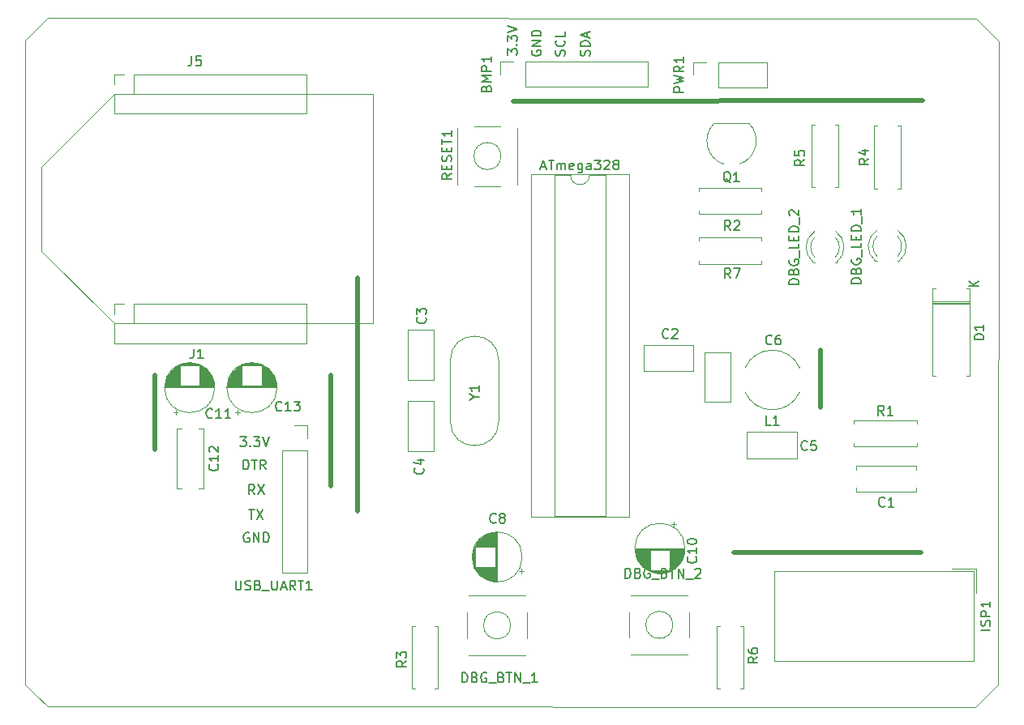
<source format=gbr>
G04 #@! TF.GenerationSoftware,KiCad,Pcbnew,(5.1.5)-3*
G04 #@! TF.CreationDate,2022-01-18T22:05:29-03:00*
G04 #@! TF.ProjectId,Base,42617365-2e6b-4696-9361-645f70636258,rev?*
G04 #@! TF.SameCoordinates,Original*
G04 #@! TF.FileFunction,Legend,Top*
G04 #@! TF.FilePolarity,Positive*
%FSLAX46Y46*%
G04 Gerber Fmt 4.6, Leading zero omitted, Abs format (unit mm)*
G04 Created by KiCad (PCBNEW (5.1.5)-3) date 2022-01-18 22:05:29*
%MOMM*%
%LPD*%
G04 APERTURE LIST*
%ADD10C,0.120000*%
%ADD11C,0.500000*%
%ADD12C,0.150000*%
G04 APERTURE END LIST*
D10*
X219650000Y-102550000D02*
X219750000Y-35300000D01*
X217300000Y-104900000D02*
X219650000Y-102550000D01*
X129700000Y-104850000D02*
X217300000Y-104900000D01*
X120400000Y-104850000D02*
X129700000Y-104850000D01*
X119100000Y-103550000D02*
X120400000Y-104850000D01*
X118050000Y-102500000D02*
X119100000Y-103550000D01*
X118050000Y-102450000D02*
X118050000Y-102500000D01*
X118050000Y-35200000D02*
X118050000Y-102450000D01*
X120400000Y-32850000D02*
X118050000Y-35200000D01*
X120450000Y-32850000D02*
X120400000Y-32850000D01*
X217350000Y-32900000D02*
X120450000Y-32850000D01*
X219750000Y-35300000D02*
X217350000Y-32900000D01*
D11*
X201100000Y-73550000D02*
X201100000Y-67600000D01*
X211800000Y-41500000D02*
X169025000Y-41550000D01*
X211600000Y-88700000D02*
X192100000Y-88700000D01*
X131600000Y-78000000D02*
X131600000Y-70200000D01*
D12*
X140523809Y-76652380D02*
X141142857Y-76652380D01*
X140809523Y-77033333D01*
X140952380Y-77033333D01*
X141047619Y-77080952D01*
X141095238Y-77128571D01*
X141142857Y-77223809D01*
X141142857Y-77461904D01*
X141095238Y-77557142D01*
X141047619Y-77604761D01*
X140952380Y-77652380D01*
X140666666Y-77652380D01*
X140571428Y-77604761D01*
X140523809Y-77557142D01*
X141571428Y-77557142D02*
X141619047Y-77604761D01*
X141571428Y-77652380D01*
X141523809Y-77604761D01*
X141571428Y-77557142D01*
X141571428Y-77652380D01*
X141952380Y-76652380D02*
X142571428Y-76652380D01*
X142238095Y-77033333D01*
X142380952Y-77033333D01*
X142476190Y-77080952D01*
X142523809Y-77128571D01*
X142571428Y-77223809D01*
X142571428Y-77461904D01*
X142523809Y-77557142D01*
X142476190Y-77604761D01*
X142380952Y-77652380D01*
X142095238Y-77652380D01*
X142000000Y-77604761D01*
X141952380Y-77557142D01*
X142857142Y-76652380D02*
X143190476Y-77652380D01*
X143523809Y-76652380D01*
X141438095Y-84252380D02*
X142009523Y-84252380D01*
X141723809Y-85252380D02*
X141723809Y-84252380D01*
X142247619Y-84252380D02*
X142914285Y-85252380D01*
X142914285Y-84252380D02*
X142247619Y-85252380D01*
X140857142Y-80052380D02*
X140857142Y-79052380D01*
X141095238Y-79052380D01*
X141238095Y-79100000D01*
X141333333Y-79195238D01*
X141380952Y-79290476D01*
X141428571Y-79480952D01*
X141428571Y-79623809D01*
X141380952Y-79814285D01*
X141333333Y-79909523D01*
X141238095Y-80004761D01*
X141095238Y-80052380D01*
X140857142Y-80052380D01*
X141714285Y-79052380D02*
X142285714Y-79052380D01*
X142000000Y-80052380D02*
X142000000Y-79052380D01*
X143190476Y-80052380D02*
X142857142Y-79576190D01*
X142619047Y-80052380D02*
X142619047Y-79052380D01*
X143000000Y-79052380D01*
X143095238Y-79100000D01*
X143142857Y-79147619D01*
X143190476Y-79242857D01*
X143190476Y-79385714D01*
X143142857Y-79480952D01*
X143095238Y-79528571D01*
X143000000Y-79576190D01*
X142619047Y-79576190D01*
X142033333Y-82652380D02*
X141700000Y-82176190D01*
X141461904Y-82652380D02*
X141461904Y-81652380D01*
X141842857Y-81652380D01*
X141938095Y-81700000D01*
X141985714Y-81747619D01*
X142033333Y-81842857D01*
X142033333Y-81985714D01*
X141985714Y-82080952D01*
X141938095Y-82128571D01*
X141842857Y-82176190D01*
X141461904Y-82176190D01*
X142366666Y-81652380D02*
X143033333Y-82652380D01*
X143033333Y-81652380D02*
X142366666Y-82652380D01*
X141438095Y-86700000D02*
X141342857Y-86652380D01*
X141200000Y-86652380D01*
X141057142Y-86700000D01*
X140961904Y-86795238D01*
X140914285Y-86890476D01*
X140866666Y-87080952D01*
X140866666Y-87223809D01*
X140914285Y-87414285D01*
X140961904Y-87509523D01*
X141057142Y-87604761D01*
X141200000Y-87652380D01*
X141295238Y-87652380D01*
X141438095Y-87604761D01*
X141485714Y-87557142D01*
X141485714Y-87223809D01*
X141295238Y-87223809D01*
X141914285Y-87652380D02*
X141914285Y-86652380D01*
X142485714Y-87652380D01*
X142485714Y-86652380D01*
X142961904Y-87652380D02*
X142961904Y-86652380D01*
X143200000Y-86652380D01*
X143342857Y-86700000D01*
X143438095Y-86795238D01*
X143485714Y-86890476D01*
X143533333Y-87080952D01*
X143533333Y-87223809D01*
X143485714Y-87414285D01*
X143438095Y-87509523D01*
X143342857Y-87604761D01*
X143200000Y-87652380D01*
X142961904Y-87652380D01*
X174404761Y-36790476D02*
X174452380Y-36647619D01*
X174452380Y-36409523D01*
X174404761Y-36314285D01*
X174357142Y-36266666D01*
X174261904Y-36219047D01*
X174166666Y-36219047D01*
X174071428Y-36266666D01*
X174023809Y-36314285D01*
X173976190Y-36409523D01*
X173928571Y-36600000D01*
X173880952Y-36695238D01*
X173833333Y-36742857D01*
X173738095Y-36790476D01*
X173642857Y-36790476D01*
X173547619Y-36742857D01*
X173500000Y-36695238D01*
X173452380Y-36600000D01*
X173452380Y-36361904D01*
X173500000Y-36219047D01*
X174357142Y-35219047D02*
X174404761Y-35266666D01*
X174452380Y-35409523D01*
X174452380Y-35504761D01*
X174404761Y-35647619D01*
X174309523Y-35742857D01*
X174214285Y-35790476D01*
X174023809Y-35838095D01*
X173880952Y-35838095D01*
X173690476Y-35790476D01*
X173595238Y-35742857D01*
X173500000Y-35647619D01*
X173452380Y-35504761D01*
X173452380Y-35409523D01*
X173500000Y-35266666D01*
X173547619Y-35219047D01*
X174452380Y-34314285D02*
X174452380Y-34790476D01*
X173452380Y-34790476D01*
X177004761Y-36814285D02*
X177052380Y-36671428D01*
X177052380Y-36433333D01*
X177004761Y-36338095D01*
X176957142Y-36290476D01*
X176861904Y-36242857D01*
X176766666Y-36242857D01*
X176671428Y-36290476D01*
X176623809Y-36338095D01*
X176576190Y-36433333D01*
X176528571Y-36623809D01*
X176480952Y-36719047D01*
X176433333Y-36766666D01*
X176338095Y-36814285D01*
X176242857Y-36814285D01*
X176147619Y-36766666D01*
X176100000Y-36719047D01*
X176052380Y-36623809D01*
X176052380Y-36385714D01*
X176100000Y-36242857D01*
X177052380Y-35814285D02*
X176052380Y-35814285D01*
X176052380Y-35576190D01*
X176100000Y-35433333D01*
X176195238Y-35338095D01*
X176290476Y-35290476D01*
X176480952Y-35242857D01*
X176623809Y-35242857D01*
X176814285Y-35290476D01*
X176909523Y-35338095D01*
X177004761Y-35433333D01*
X177052380Y-35576190D01*
X177052380Y-35814285D01*
X176766666Y-34861904D02*
X176766666Y-34385714D01*
X177052380Y-34957142D02*
X176052380Y-34623809D01*
X177052380Y-34290476D01*
X168452380Y-36726190D02*
X168452380Y-36107142D01*
X168833333Y-36440476D01*
X168833333Y-36297619D01*
X168880952Y-36202380D01*
X168928571Y-36154761D01*
X169023809Y-36107142D01*
X169261904Y-36107142D01*
X169357142Y-36154761D01*
X169404761Y-36202380D01*
X169452380Y-36297619D01*
X169452380Y-36583333D01*
X169404761Y-36678571D01*
X169357142Y-36726190D01*
X169357142Y-35678571D02*
X169404761Y-35630952D01*
X169452380Y-35678571D01*
X169404761Y-35726190D01*
X169357142Y-35678571D01*
X169452380Y-35678571D01*
X168452380Y-35297619D02*
X168452380Y-34678571D01*
X168833333Y-35011904D01*
X168833333Y-34869047D01*
X168880952Y-34773809D01*
X168928571Y-34726190D01*
X169023809Y-34678571D01*
X169261904Y-34678571D01*
X169357142Y-34726190D01*
X169404761Y-34773809D01*
X169452380Y-34869047D01*
X169452380Y-35154761D01*
X169404761Y-35250000D01*
X169357142Y-35297619D01*
X168452380Y-34392857D02*
X169452380Y-34059523D01*
X168452380Y-33726190D01*
X171000000Y-36261904D02*
X170952380Y-36357142D01*
X170952380Y-36500000D01*
X171000000Y-36642857D01*
X171095238Y-36738095D01*
X171190476Y-36785714D01*
X171380952Y-36833333D01*
X171523809Y-36833333D01*
X171714285Y-36785714D01*
X171809523Y-36738095D01*
X171904761Y-36642857D01*
X171952380Y-36500000D01*
X171952380Y-36404761D01*
X171904761Y-36261904D01*
X171857142Y-36214285D01*
X171523809Y-36214285D01*
X171523809Y-36404761D01*
X171952380Y-35785714D02*
X170952380Y-35785714D01*
X171952380Y-35214285D01*
X170952380Y-35214285D01*
X171952380Y-34738095D02*
X170952380Y-34738095D01*
X170952380Y-34500000D01*
X171000000Y-34357142D01*
X171095238Y-34261904D01*
X171190476Y-34214285D01*
X171380952Y-34166666D01*
X171523809Y-34166666D01*
X171714285Y-34214285D01*
X171809523Y-34261904D01*
X171904761Y-34357142D01*
X171952380Y-34500000D01*
X171952380Y-34738095D01*
D11*
X150000000Y-81800000D02*
X150000000Y-70200000D01*
X152800000Y-84400000D02*
X152750000Y-60025000D01*
D10*
X119800000Y-57200000D02*
X127340000Y-64800000D01*
X119800000Y-48400000D02*
X127400000Y-40800000D01*
X119800000Y-48400000D02*
X119800000Y-57200000D01*
X127340000Y-40800000D02*
X127340000Y-42860000D01*
X154400000Y-40800000D02*
X127340000Y-40800000D01*
X154400000Y-50600000D02*
X154400000Y-40800000D01*
X154400000Y-64800000D02*
X154400000Y-50600000D01*
X127340000Y-64800000D02*
X154400000Y-64800000D01*
X161170000Y-96420000D02*
X160840000Y-96420000D01*
X161170000Y-102960000D02*
X161170000Y-96420000D01*
X160840000Y-102960000D02*
X161170000Y-102960000D01*
X158430000Y-96420000D02*
X158760000Y-96420000D01*
X158430000Y-102960000D02*
X158430000Y-96420000D01*
X158760000Y-102960000D02*
X158430000Y-102960000D01*
X217150000Y-100045000D02*
X196290000Y-100045000D01*
X196290000Y-100045000D02*
X196290000Y-90695000D01*
X196290000Y-90695000D02*
X217150000Y-90695000D01*
X217150000Y-90695000D02*
X217150000Y-100045000D01*
X217400000Y-90445000D02*
X214860000Y-90445000D01*
X217400000Y-90445000D02*
X217400000Y-92985000D01*
X209140000Y-44140000D02*
X209470000Y-44140000D01*
X209470000Y-44140000D02*
X209470000Y-50680000D01*
X209470000Y-50680000D02*
X209140000Y-50680000D01*
X207060000Y-44140000D02*
X206730000Y-44140000D01*
X206730000Y-44140000D02*
X206730000Y-50680000D01*
X206730000Y-50680000D02*
X207060000Y-50680000D01*
X181150000Y-49210000D02*
X170870000Y-49210000D01*
X181150000Y-85010000D02*
X181150000Y-49210000D01*
X170870000Y-85010000D02*
X181150000Y-85010000D01*
X170870000Y-49210000D02*
X170870000Y-85010000D01*
X178660000Y-49270000D02*
X177010000Y-49270000D01*
X178660000Y-84950000D02*
X178660000Y-49270000D01*
X173360000Y-84950000D02*
X178660000Y-84950000D01*
X173360000Y-49270000D02*
X173360000Y-84950000D01*
X175010000Y-49270000D02*
X173360000Y-49270000D01*
X177010000Y-49270000D02*
G75*
G02X175010000Y-49270000I-1000000J0D01*
G01*
X194980000Y-53370000D02*
X194980000Y-53040000D01*
X188440000Y-53370000D02*
X194980000Y-53370000D01*
X188440000Y-53040000D02*
X188440000Y-53370000D01*
X194980000Y-50630000D02*
X194980000Y-50960000D01*
X188440000Y-50630000D02*
X194980000Y-50630000D01*
X188440000Y-50960000D02*
X188440000Y-50630000D01*
X188440000Y-56160000D02*
X188440000Y-55830000D01*
X188440000Y-55830000D02*
X194980000Y-55830000D01*
X194980000Y-55830000D02*
X194980000Y-56160000D01*
X188440000Y-58240000D02*
X188440000Y-58570000D01*
X188440000Y-58570000D02*
X194980000Y-58570000D01*
X194980000Y-58570000D02*
X194980000Y-58240000D01*
X190430000Y-40130000D02*
X190430000Y-37470000D01*
X190430000Y-40130000D02*
X195570000Y-40130000D01*
X195570000Y-40130000D02*
X195570000Y-37470000D01*
X190430000Y-37470000D02*
X195570000Y-37470000D01*
X187830000Y-37470000D02*
X189160000Y-37470000D01*
X187830000Y-38800000D02*
X187830000Y-37470000D01*
X136670000Y-75780000D02*
X136670000Y-82020000D01*
X133930000Y-75780000D02*
X133930000Y-82020000D01*
X136670000Y-75780000D02*
X136225000Y-75780000D01*
X134375000Y-75780000D02*
X133930000Y-75780000D01*
X136670000Y-82020000D02*
X136225000Y-82020000D01*
X134375000Y-82020000D02*
X133930000Y-82020000D01*
X211120000Y-82370000D02*
X204880000Y-82370000D01*
X211120000Y-79630000D02*
X204880000Y-79630000D01*
X211120000Y-82370000D02*
X211120000Y-81925000D01*
X211120000Y-80075000D02*
X211120000Y-79630000D01*
X204880000Y-82370000D02*
X204880000Y-81925000D01*
X204880000Y-80075000D02*
X204880000Y-79630000D01*
X160770000Y-65430000D02*
X160770000Y-70670000D01*
X158030000Y-65430000D02*
X158030000Y-70670000D01*
X160770000Y-65430000D02*
X158030000Y-65430000D01*
X160770000Y-70670000D02*
X158030000Y-70670000D01*
X158030000Y-72930000D02*
X160770000Y-72930000D01*
X158030000Y-78170000D02*
X160770000Y-78170000D01*
X160770000Y-78170000D02*
X160770000Y-72930000D01*
X158030000Y-78170000D02*
X158030000Y-72930000D01*
X169970000Y-89200000D02*
G75*
G03X169970000Y-89200000I-2620000J0D01*
G01*
X167350000Y-91780000D02*
X167350000Y-86620000D01*
X167310000Y-91780000D02*
X167310000Y-86620000D01*
X167270000Y-91779000D02*
X167270000Y-86621000D01*
X167230000Y-91778000D02*
X167230000Y-86622000D01*
X167190000Y-91776000D02*
X167190000Y-86624000D01*
X167150000Y-91773000D02*
X167150000Y-86627000D01*
X167110000Y-91769000D02*
X167110000Y-90240000D01*
X167110000Y-88160000D02*
X167110000Y-86631000D01*
X167070000Y-91765000D02*
X167070000Y-90240000D01*
X167070000Y-88160000D02*
X167070000Y-86635000D01*
X167030000Y-91761000D02*
X167030000Y-90240000D01*
X167030000Y-88160000D02*
X167030000Y-86639000D01*
X166990000Y-91756000D02*
X166990000Y-90240000D01*
X166990000Y-88160000D02*
X166990000Y-86644000D01*
X166950000Y-91750000D02*
X166950000Y-90240000D01*
X166950000Y-88160000D02*
X166950000Y-86650000D01*
X166910000Y-91743000D02*
X166910000Y-90240000D01*
X166910000Y-88160000D02*
X166910000Y-86657000D01*
X166870000Y-91736000D02*
X166870000Y-90240000D01*
X166870000Y-88160000D02*
X166870000Y-86664000D01*
X166830000Y-91728000D02*
X166830000Y-90240000D01*
X166830000Y-88160000D02*
X166830000Y-86672000D01*
X166790000Y-91720000D02*
X166790000Y-90240000D01*
X166790000Y-88160000D02*
X166790000Y-86680000D01*
X166750000Y-91711000D02*
X166750000Y-90240000D01*
X166750000Y-88160000D02*
X166750000Y-86689000D01*
X166710000Y-91701000D02*
X166710000Y-90240000D01*
X166710000Y-88160000D02*
X166710000Y-86699000D01*
X166670000Y-91691000D02*
X166670000Y-90240000D01*
X166670000Y-88160000D02*
X166670000Y-86709000D01*
X166629000Y-91680000D02*
X166629000Y-90240000D01*
X166629000Y-88160000D02*
X166629000Y-86720000D01*
X166589000Y-91668000D02*
X166589000Y-90240000D01*
X166589000Y-88160000D02*
X166589000Y-86732000D01*
X166549000Y-91655000D02*
X166549000Y-90240000D01*
X166549000Y-88160000D02*
X166549000Y-86745000D01*
X166509000Y-91642000D02*
X166509000Y-90240000D01*
X166509000Y-88160000D02*
X166509000Y-86758000D01*
X166469000Y-91628000D02*
X166469000Y-90240000D01*
X166469000Y-88160000D02*
X166469000Y-86772000D01*
X166429000Y-91614000D02*
X166429000Y-90240000D01*
X166429000Y-88160000D02*
X166429000Y-86786000D01*
X166389000Y-91598000D02*
X166389000Y-90240000D01*
X166389000Y-88160000D02*
X166389000Y-86802000D01*
X166349000Y-91582000D02*
X166349000Y-90240000D01*
X166349000Y-88160000D02*
X166349000Y-86818000D01*
X166309000Y-91565000D02*
X166309000Y-90240000D01*
X166309000Y-88160000D02*
X166309000Y-86835000D01*
X166269000Y-91548000D02*
X166269000Y-90240000D01*
X166269000Y-88160000D02*
X166269000Y-86852000D01*
X166229000Y-91529000D02*
X166229000Y-90240000D01*
X166229000Y-88160000D02*
X166229000Y-86871000D01*
X166189000Y-91510000D02*
X166189000Y-90240000D01*
X166189000Y-88160000D02*
X166189000Y-86890000D01*
X166149000Y-91490000D02*
X166149000Y-90240000D01*
X166149000Y-88160000D02*
X166149000Y-86910000D01*
X166109000Y-91468000D02*
X166109000Y-90240000D01*
X166109000Y-88160000D02*
X166109000Y-86932000D01*
X166069000Y-91447000D02*
X166069000Y-90240000D01*
X166069000Y-88160000D02*
X166069000Y-86953000D01*
X166029000Y-91424000D02*
X166029000Y-90240000D01*
X166029000Y-88160000D02*
X166029000Y-86976000D01*
X165989000Y-91400000D02*
X165989000Y-90240000D01*
X165989000Y-88160000D02*
X165989000Y-87000000D01*
X165949000Y-91375000D02*
X165949000Y-90240000D01*
X165949000Y-88160000D02*
X165949000Y-87025000D01*
X165909000Y-91349000D02*
X165909000Y-90240000D01*
X165909000Y-88160000D02*
X165909000Y-87051000D01*
X165869000Y-91322000D02*
X165869000Y-90240000D01*
X165869000Y-88160000D02*
X165869000Y-87078000D01*
X165829000Y-91295000D02*
X165829000Y-90240000D01*
X165829000Y-88160000D02*
X165829000Y-87105000D01*
X165789000Y-91265000D02*
X165789000Y-90240000D01*
X165789000Y-88160000D02*
X165789000Y-87135000D01*
X165749000Y-91235000D02*
X165749000Y-90240000D01*
X165749000Y-88160000D02*
X165749000Y-87165000D01*
X165709000Y-91204000D02*
X165709000Y-90240000D01*
X165709000Y-88160000D02*
X165709000Y-87196000D01*
X165669000Y-91171000D02*
X165669000Y-90240000D01*
X165669000Y-88160000D02*
X165669000Y-87229000D01*
X165629000Y-91137000D02*
X165629000Y-90240000D01*
X165629000Y-88160000D02*
X165629000Y-87263000D01*
X165589000Y-91101000D02*
X165589000Y-90240000D01*
X165589000Y-88160000D02*
X165589000Y-87299000D01*
X165549000Y-91064000D02*
X165549000Y-90240000D01*
X165549000Y-88160000D02*
X165549000Y-87336000D01*
X165509000Y-91026000D02*
X165509000Y-90240000D01*
X165509000Y-88160000D02*
X165509000Y-87374000D01*
X165469000Y-90985000D02*
X165469000Y-90240000D01*
X165469000Y-88160000D02*
X165469000Y-87415000D01*
X165429000Y-90943000D02*
X165429000Y-90240000D01*
X165429000Y-88160000D02*
X165429000Y-87457000D01*
X165389000Y-90899000D02*
X165389000Y-90240000D01*
X165389000Y-88160000D02*
X165389000Y-87501000D01*
X165349000Y-90853000D02*
X165349000Y-90240000D01*
X165349000Y-88160000D02*
X165349000Y-87547000D01*
X165309000Y-90805000D02*
X165309000Y-90240000D01*
X165309000Y-88160000D02*
X165309000Y-87595000D01*
X165269000Y-90754000D02*
X165269000Y-90240000D01*
X165269000Y-88160000D02*
X165269000Y-87646000D01*
X165229000Y-90700000D02*
X165229000Y-90240000D01*
X165229000Y-88160000D02*
X165229000Y-87700000D01*
X165189000Y-90643000D02*
X165189000Y-90240000D01*
X165189000Y-88160000D02*
X165189000Y-87757000D01*
X165149000Y-90583000D02*
X165149000Y-90240000D01*
X165149000Y-88160000D02*
X165149000Y-87817000D01*
X165109000Y-90519000D02*
X165109000Y-90240000D01*
X165109000Y-88160000D02*
X165109000Y-87881000D01*
X165069000Y-90451000D02*
X165069000Y-90240000D01*
X165069000Y-88160000D02*
X165069000Y-87949000D01*
X165029000Y-90378000D02*
X165029000Y-88022000D01*
X164989000Y-90298000D02*
X164989000Y-88102000D01*
X164949000Y-90211000D02*
X164949000Y-88189000D01*
X164909000Y-90115000D02*
X164909000Y-88285000D01*
X164869000Y-90005000D02*
X164869000Y-88395000D01*
X164829000Y-89877000D02*
X164829000Y-88523000D01*
X164789000Y-89718000D02*
X164789000Y-88682000D01*
X164749000Y-89484000D02*
X164749000Y-88916000D01*
X170154775Y-90675000D02*
X169654775Y-90675000D01*
X169904775Y-90925000D02*
X169904775Y-90425000D01*
X186075000Y-85745225D02*
X185575000Y-85745225D01*
X185825000Y-85495225D02*
X185825000Y-85995225D01*
X184634000Y-90901000D02*
X184066000Y-90901000D01*
X184868000Y-90861000D02*
X183832000Y-90861000D01*
X185027000Y-90821000D02*
X183673000Y-90821000D01*
X185155000Y-90781000D02*
X183545000Y-90781000D01*
X185265000Y-90741000D02*
X183435000Y-90741000D01*
X185361000Y-90701000D02*
X183339000Y-90701000D01*
X185448000Y-90661000D02*
X183252000Y-90661000D01*
X185528000Y-90621000D02*
X183172000Y-90621000D01*
X183310000Y-90581000D02*
X183099000Y-90581000D01*
X185601000Y-90581000D02*
X185390000Y-90581000D01*
X183310000Y-90541000D02*
X183031000Y-90541000D01*
X185669000Y-90541000D02*
X185390000Y-90541000D01*
X183310000Y-90501000D02*
X182967000Y-90501000D01*
X185733000Y-90501000D02*
X185390000Y-90501000D01*
X183310000Y-90461000D02*
X182907000Y-90461000D01*
X185793000Y-90461000D02*
X185390000Y-90461000D01*
X183310000Y-90421000D02*
X182850000Y-90421000D01*
X185850000Y-90421000D02*
X185390000Y-90421000D01*
X183310000Y-90381000D02*
X182796000Y-90381000D01*
X185904000Y-90381000D02*
X185390000Y-90381000D01*
X183310000Y-90341000D02*
X182745000Y-90341000D01*
X185955000Y-90341000D02*
X185390000Y-90341000D01*
X183310000Y-90301000D02*
X182697000Y-90301000D01*
X186003000Y-90301000D02*
X185390000Y-90301000D01*
X183310000Y-90261000D02*
X182651000Y-90261000D01*
X186049000Y-90261000D02*
X185390000Y-90261000D01*
X183310000Y-90221000D02*
X182607000Y-90221000D01*
X186093000Y-90221000D02*
X185390000Y-90221000D01*
X183310000Y-90181000D02*
X182565000Y-90181000D01*
X186135000Y-90181000D02*
X185390000Y-90181000D01*
X183310000Y-90141000D02*
X182524000Y-90141000D01*
X186176000Y-90141000D02*
X185390000Y-90141000D01*
X183310000Y-90101000D02*
X182486000Y-90101000D01*
X186214000Y-90101000D02*
X185390000Y-90101000D01*
X183310000Y-90061000D02*
X182449000Y-90061000D01*
X186251000Y-90061000D02*
X185390000Y-90061000D01*
X183310000Y-90021000D02*
X182413000Y-90021000D01*
X186287000Y-90021000D02*
X185390000Y-90021000D01*
X183310000Y-89981000D02*
X182379000Y-89981000D01*
X186321000Y-89981000D02*
X185390000Y-89981000D01*
X183310000Y-89941000D02*
X182346000Y-89941000D01*
X186354000Y-89941000D02*
X185390000Y-89941000D01*
X183310000Y-89901000D02*
X182315000Y-89901000D01*
X186385000Y-89901000D02*
X185390000Y-89901000D01*
X183310000Y-89861000D02*
X182285000Y-89861000D01*
X186415000Y-89861000D02*
X185390000Y-89861000D01*
X183310000Y-89821000D02*
X182255000Y-89821000D01*
X186445000Y-89821000D02*
X185390000Y-89821000D01*
X183310000Y-89781000D02*
X182228000Y-89781000D01*
X186472000Y-89781000D02*
X185390000Y-89781000D01*
X183310000Y-89741000D02*
X182201000Y-89741000D01*
X186499000Y-89741000D02*
X185390000Y-89741000D01*
X183310000Y-89701000D02*
X182175000Y-89701000D01*
X186525000Y-89701000D02*
X185390000Y-89701000D01*
X183310000Y-89661000D02*
X182150000Y-89661000D01*
X186550000Y-89661000D02*
X185390000Y-89661000D01*
X183310000Y-89621000D02*
X182126000Y-89621000D01*
X186574000Y-89621000D02*
X185390000Y-89621000D01*
X183310000Y-89581000D02*
X182103000Y-89581000D01*
X186597000Y-89581000D02*
X185390000Y-89581000D01*
X183310000Y-89541000D02*
X182082000Y-89541000D01*
X186618000Y-89541000D02*
X185390000Y-89541000D01*
X183310000Y-89501000D02*
X182060000Y-89501000D01*
X186640000Y-89501000D02*
X185390000Y-89501000D01*
X183310000Y-89461000D02*
X182040000Y-89461000D01*
X186660000Y-89461000D02*
X185390000Y-89461000D01*
X183310000Y-89421000D02*
X182021000Y-89421000D01*
X186679000Y-89421000D02*
X185390000Y-89421000D01*
X183310000Y-89381000D02*
X182002000Y-89381000D01*
X186698000Y-89381000D02*
X185390000Y-89381000D01*
X183310000Y-89341000D02*
X181985000Y-89341000D01*
X186715000Y-89341000D02*
X185390000Y-89341000D01*
X183310000Y-89301000D02*
X181968000Y-89301000D01*
X186732000Y-89301000D02*
X185390000Y-89301000D01*
X183310000Y-89261000D02*
X181952000Y-89261000D01*
X186748000Y-89261000D02*
X185390000Y-89261000D01*
X183310000Y-89221000D02*
X181936000Y-89221000D01*
X186764000Y-89221000D02*
X185390000Y-89221000D01*
X183310000Y-89181000D02*
X181922000Y-89181000D01*
X186778000Y-89181000D02*
X185390000Y-89181000D01*
X183310000Y-89141000D02*
X181908000Y-89141000D01*
X186792000Y-89141000D02*
X185390000Y-89141000D01*
X183310000Y-89101000D02*
X181895000Y-89101000D01*
X186805000Y-89101000D02*
X185390000Y-89101000D01*
X183310000Y-89061000D02*
X181882000Y-89061000D01*
X186818000Y-89061000D02*
X185390000Y-89061000D01*
X183310000Y-89021000D02*
X181870000Y-89021000D01*
X186830000Y-89021000D02*
X185390000Y-89021000D01*
X183310000Y-88980000D02*
X181859000Y-88980000D01*
X186841000Y-88980000D02*
X185390000Y-88980000D01*
X183310000Y-88940000D02*
X181849000Y-88940000D01*
X186851000Y-88940000D02*
X185390000Y-88940000D01*
X183310000Y-88900000D02*
X181839000Y-88900000D01*
X186861000Y-88900000D02*
X185390000Y-88900000D01*
X183310000Y-88860000D02*
X181830000Y-88860000D01*
X186870000Y-88860000D02*
X185390000Y-88860000D01*
X183310000Y-88820000D02*
X181822000Y-88820000D01*
X186878000Y-88820000D02*
X185390000Y-88820000D01*
X183310000Y-88780000D02*
X181814000Y-88780000D01*
X186886000Y-88780000D02*
X185390000Y-88780000D01*
X183310000Y-88740000D02*
X181807000Y-88740000D01*
X186893000Y-88740000D02*
X185390000Y-88740000D01*
X183310000Y-88700000D02*
X181800000Y-88700000D01*
X186900000Y-88700000D02*
X185390000Y-88700000D01*
X183310000Y-88660000D02*
X181794000Y-88660000D01*
X186906000Y-88660000D02*
X185390000Y-88660000D01*
X183310000Y-88620000D02*
X181789000Y-88620000D01*
X186911000Y-88620000D02*
X185390000Y-88620000D01*
X183310000Y-88580000D02*
X181785000Y-88580000D01*
X186915000Y-88580000D02*
X185390000Y-88580000D01*
X183310000Y-88540000D02*
X181781000Y-88540000D01*
X186919000Y-88540000D02*
X185390000Y-88540000D01*
X186923000Y-88500000D02*
X181777000Y-88500000D01*
X186926000Y-88460000D02*
X181774000Y-88460000D01*
X186928000Y-88420000D02*
X181772000Y-88420000D01*
X186929000Y-88380000D02*
X181771000Y-88380000D01*
X186930000Y-88340000D02*
X181770000Y-88340000D01*
X186930000Y-88300000D02*
X181770000Y-88300000D01*
X186970000Y-88300000D02*
G75*
G03X186970000Y-88300000I-2620000J0D01*
G01*
X206864000Y-58290000D02*
X207020000Y-58290000D01*
X209180000Y-58290000D02*
X209336000Y-58290000D01*
X207021392Y-55057665D02*
G75*
G03X206864484Y-58290000I1078608J-1672335D01*
G01*
X209178608Y-55057665D02*
G75*
G02X209335516Y-58290000I-1078608J-1672335D01*
G01*
X207020163Y-55688870D02*
G75*
G03X207020000Y-57770961I1079837J-1041130D01*
G01*
X209179837Y-55688870D02*
G75*
G02X209180000Y-57770961I-1079837J-1041130D01*
G01*
X200364000Y-58390000D02*
X200520000Y-58390000D01*
X202680000Y-58390000D02*
X202836000Y-58390000D01*
X200521392Y-55157665D02*
G75*
G03X200364484Y-58390000I1078608J-1672335D01*
G01*
X202678608Y-55157665D02*
G75*
G02X202835516Y-58390000I-1078608J-1672335D01*
G01*
X200520163Y-55788870D02*
G75*
G03X200520000Y-57870961I1079837J-1041130D01*
G01*
X202679837Y-55788870D02*
G75*
G02X202680000Y-57870961I-1079837J-1041130D01*
G01*
X127340000Y-63800000D02*
X127340000Y-62740000D01*
X127340000Y-62740000D02*
X128400000Y-62740000D01*
X127340000Y-64800000D02*
X129400000Y-64800000D01*
X129400000Y-64800000D02*
X129400000Y-62740000D01*
X129400000Y-62740000D02*
X147460000Y-62740000D01*
X147460000Y-66860000D02*
X147460000Y-62740000D01*
X127340000Y-66860000D02*
X147460000Y-66860000D01*
X127340000Y-66860000D02*
X127340000Y-64800000D01*
X144870000Y-78070000D02*
X147530000Y-78070000D01*
X144870000Y-78070000D02*
X144870000Y-90830000D01*
X144870000Y-90830000D02*
X147530000Y-90830000D01*
X147530000Y-78070000D02*
X147530000Y-90830000D01*
X147530000Y-75470000D02*
X147530000Y-76800000D01*
X146200000Y-75470000D02*
X147530000Y-75470000D01*
X127340000Y-42860000D02*
X127340000Y-40800000D01*
X127340000Y-42860000D02*
X147460000Y-42860000D01*
X147460000Y-42860000D02*
X147460000Y-38740000D01*
X129400000Y-38740000D02*
X147460000Y-38740000D01*
X129400000Y-40800000D02*
X129400000Y-38740000D01*
X127340000Y-40800000D02*
X129400000Y-40800000D01*
X127340000Y-38740000D02*
X128400000Y-38740000D01*
X127340000Y-39800000D02*
X127340000Y-38740000D01*
X204640000Y-75260000D02*
X204640000Y-74930000D01*
X204640000Y-74930000D02*
X211180000Y-74930000D01*
X211180000Y-74930000D02*
X211180000Y-75260000D01*
X204640000Y-77340000D02*
X204640000Y-77670000D01*
X204640000Y-77670000D02*
X211180000Y-77670000D01*
X211180000Y-77670000D02*
X211180000Y-77340000D01*
X200230000Y-50580000D02*
X200560000Y-50580000D01*
X200230000Y-44040000D02*
X200230000Y-50580000D01*
X200560000Y-44040000D02*
X200230000Y-44040000D01*
X202970000Y-50580000D02*
X202640000Y-50580000D01*
X202970000Y-44040000D02*
X202970000Y-50580000D01*
X202640000Y-44040000D02*
X202970000Y-44040000D01*
X190660000Y-102960000D02*
X190330000Y-102960000D01*
X190330000Y-102960000D02*
X190330000Y-96420000D01*
X190330000Y-96420000D02*
X190660000Y-96420000D01*
X192740000Y-102960000D02*
X193070000Y-102960000D01*
X193070000Y-102960000D02*
X193070000Y-96420000D01*
X193070000Y-96420000D02*
X192740000Y-96420000D01*
X167764214Y-47300000D02*
G75*
G03X167764214Y-47300000I-1414214J0D01*
G01*
X163230000Y-44330000D02*
X163230000Y-50270000D01*
X169470000Y-44330000D02*
X169470000Y-50270000D01*
X165010000Y-44180000D02*
X167690000Y-44180000D01*
X167690000Y-50420000D02*
X165010000Y-50420000D01*
X168764214Y-96350000D02*
G75*
G03X168764214Y-96350000I-1414214J0D01*
G01*
X164380000Y-99470000D02*
X170320000Y-99470000D01*
X164380000Y-93230000D02*
X170320000Y-93230000D01*
X164230000Y-97690000D02*
X164230000Y-95010000D01*
X170470000Y-95010000D02*
X170470000Y-97690000D01*
X187420000Y-94960000D02*
X187420000Y-97640000D01*
X181180000Y-97640000D02*
X181180000Y-94960000D01*
X181330000Y-93180000D02*
X187270000Y-93180000D01*
X181330000Y-99420000D02*
X187270000Y-99420000D01*
X185714214Y-96300000D02*
G75*
G03X185714214Y-96300000I-1414214J0D01*
G01*
X167525000Y-68640000D02*
X167525000Y-75040000D01*
X162475000Y-68640000D02*
X162475000Y-75040000D01*
X162475000Y-68640000D02*
G75*
G02X167525000Y-68640000I2525000J0D01*
G01*
X162475000Y-75040000D02*
G75*
G03X167525000Y-75040000I2525000J0D01*
G01*
X144370000Y-71500000D02*
G75*
G03X144370000Y-71500000I-2620000J0D01*
G01*
X139170000Y-71500000D02*
X144330000Y-71500000D01*
X139170000Y-71460000D02*
X144330000Y-71460000D01*
X139171000Y-71420000D02*
X144329000Y-71420000D01*
X139172000Y-71380000D02*
X144328000Y-71380000D01*
X139174000Y-71340000D02*
X144326000Y-71340000D01*
X139177000Y-71300000D02*
X144323000Y-71300000D01*
X139181000Y-71260000D02*
X140710000Y-71260000D01*
X142790000Y-71260000D02*
X144319000Y-71260000D01*
X139185000Y-71220000D02*
X140710000Y-71220000D01*
X142790000Y-71220000D02*
X144315000Y-71220000D01*
X139189000Y-71180000D02*
X140710000Y-71180000D01*
X142790000Y-71180000D02*
X144311000Y-71180000D01*
X139194000Y-71140000D02*
X140710000Y-71140000D01*
X142790000Y-71140000D02*
X144306000Y-71140000D01*
X139200000Y-71100000D02*
X140710000Y-71100000D01*
X142790000Y-71100000D02*
X144300000Y-71100000D01*
X139207000Y-71060000D02*
X140710000Y-71060000D01*
X142790000Y-71060000D02*
X144293000Y-71060000D01*
X139214000Y-71020000D02*
X140710000Y-71020000D01*
X142790000Y-71020000D02*
X144286000Y-71020000D01*
X139222000Y-70980000D02*
X140710000Y-70980000D01*
X142790000Y-70980000D02*
X144278000Y-70980000D01*
X139230000Y-70940000D02*
X140710000Y-70940000D01*
X142790000Y-70940000D02*
X144270000Y-70940000D01*
X139239000Y-70900000D02*
X140710000Y-70900000D01*
X142790000Y-70900000D02*
X144261000Y-70900000D01*
X139249000Y-70860000D02*
X140710000Y-70860000D01*
X142790000Y-70860000D02*
X144251000Y-70860000D01*
X139259000Y-70820000D02*
X140710000Y-70820000D01*
X142790000Y-70820000D02*
X144241000Y-70820000D01*
X139270000Y-70779000D02*
X140710000Y-70779000D01*
X142790000Y-70779000D02*
X144230000Y-70779000D01*
X139282000Y-70739000D02*
X140710000Y-70739000D01*
X142790000Y-70739000D02*
X144218000Y-70739000D01*
X139295000Y-70699000D02*
X140710000Y-70699000D01*
X142790000Y-70699000D02*
X144205000Y-70699000D01*
X139308000Y-70659000D02*
X140710000Y-70659000D01*
X142790000Y-70659000D02*
X144192000Y-70659000D01*
X139322000Y-70619000D02*
X140710000Y-70619000D01*
X142790000Y-70619000D02*
X144178000Y-70619000D01*
X139336000Y-70579000D02*
X140710000Y-70579000D01*
X142790000Y-70579000D02*
X144164000Y-70579000D01*
X139352000Y-70539000D02*
X140710000Y-70539000D01*
X142790000Y-70539000D02*
X144148000Y-70539000D01*
X139368000Y-70499000D02*
X140710000Y-70499000D01*
X142790000Y-70499000D02*
X144132000Y-70499000D01*
X139385000Y-70459000D02*
X140710000Y-70459000D01*
X142790000Y-70459000D02*
X144115000Y-70459000D01*
X139402000Y-70419000D02*
X140710000Y-70419000D01*
X142790000Y-70419000D02*
X144098000Y-70419000D01*
X139421000Y-70379000D02*
X140710000Y-70379000D01*
X142790000Y-70379000D02*
X144079000Y-70379000D01*
X139440000Y-70339000D02*
X140710000Y-70339000D01*
X142790000Y-70339000D02*
X144060000Y-70339000D01*
X139460000Y-70299000D02*
X140710000Y-70299000D01*
X142790000Y-70299000D02*
X144040000Y-70299000D01*
X139482000Y-70259000D02*
X140710000Y-70259000D01*
X142790000Y-70259000D02*
X144018000Y-70259000D01*
X139503000Y-70219000D02*
X140710000Y-70219000D01*
X142790000Y-70219000D02*
X143997000Y-70219000D01*
X139526000Y-70179000D02*
X140710000Y-70179000D01*
X142790000Y-70179000D02*
X143974000Y-70179000D01*
X139550000Y-70139000D02*
X140710000Y-70139000D01*
X142790000Y-70139000D02*
X143950000Y-70139000D01*
X139575000Y-70099000D02*
X140710000Y-70099000D01*
X142790000Y-70099000D02*
X143925000Y-70099000D01*
X139601000Y-70059000D02*
X140710000Y-70059000D01*
X142790000Y-70059000D02*
X143899000Y-70059000D01*
X139628000Y-70019000D02*
X140710000Y-70019000D01*
X142790000Y-70019000D02*
X143872000Y-70019000D01*
X139655000Y-69979000D02*
X140710000Y-69979000D01*
X142790000Y-69979000D02*
X143845000Y-69979000D01*
X139685000Y-69939000D02*
X140710000Y-69939000D01*
X142790000Y-69939000D02*
X143815000Y-69939000D01*
X139715000Y-69899000D02*
X140710000Y-69899000D01*
X142790000Y-69899000D02*
X143785000Y-69899000D01*
X139746000Y-69859000D02*
X140710000Y-69859000D01*
X142790000Y-69859000D02*
X143754000Y-69859000D01*
X139779000Y-69819000D02*
X140710000Y-69819000D01*
X142790000Y-69819000D02*
X143721000Y-69819000D01*
X139813000Y-69779000D02*
X140710000Y-69779000D01*
X142790000Y-69779000D02*
X143687000Y-69779000D01*
X139849000Y-69739000D02*
X140710000Y-69739000D01*
X142790000Y-69739000D02*
X143651000Y-69739000D01*
X139886000Y-69699000D02*
X140710000Y-69699000D01*
X142790000Y-69699000D02*
X143614000Y-69699000D01*
X139924000Y-69659000D02*
X140710000Y-69659000D01*
X142790000Y-69659000D02*
X143576000Y-69659000D01*
X139965000Y-69619000D02*
X140710000Y-69619000D01*
X142790000Y-69619000D02*
X143535000Y-69619000D01*
X140007000Y-69579000D02*
X140710000Y-69579000D01*
X142790000Y-69579000D02*
X143493000Y-69579000D01*
X140051000Y-69539000D02*
X140710000Y-69539000D01*
X142790000Y-69539000D02*
X143449000Y-69539000D01*
X140097000Y-69499000D02*
X140710000Y-69499000D01*
X142790000Y-69499000D02*
X143403000Y-69499000D01*
X140145000Y-69459000D02*
X140710000Y-69459000D01*
X142790000Y-69459000D02*
X143355000Y-69459000D01*
X140196000Y-69419000D02*
X140710000Y-69419000D01*
X142790000Y-69419000D02*
X143304000Y-69419000D01*
X140250000Y-69379000D02*
X140710000Y-69379000D01*
X142790000Y-69379000D02*
X143250000Y-69379000D01*
X140307000Y-69339000D02*
X140710000Y-69339000D01*
X142790000Y-69339000D02*
X143193000Y-69339000D01*
X140367000Y-69299000D02*
X140710000Y-69299000D01*
X142790000Y-69299000D02*
X143133000Y-69299000D01*
X140431000Y-69259000D02*
X140710000Y-69259000D01*
X142790000Y-69259000D02*
X143069000Y-69259000D01*
X140499000Y-69219000D02*
X140710000Y-69219000D01*
X142790000Y-69219000D02*
X143001000Y-69219000D01*
X140572000Y-69179000D02*
X142928000Y-69179000D01*
X140652000Y-69139000D02*
X142848000Y-69139000D01*
X140739000Y-69099000D02*
X142761000Y-69099000D01*
X140835000Y-69059000D02*
X142665000Y-69059000D01*
X140945000Y-69019000D02*
X142555000Y-69019000D01*
X141073000Y-68979000D02*
X142427000Y-68979000D01*
X141232000Y-68939000D02*
X142268000Y-68939000D01*
X141466000Y-68899000D02*
X142034000Y-68899000D01*
X140275000Y-74304775D02*
X140275000Y-73804775D01*
X140025000Y-74054775D02*
X140525000Y-74054775D01*
X133525000Y-74054775D02*
X134025000Y-74054775D01*
X133775000Y-74304775D02*
X133775000Y-73804775D01*
X134966000Y-68899000D02*
X135534000Y-68899000D01*
X134732000Y-68939000D02*
X135768000Y-68939000D01*
X134573000Y-68979000D02*
X135927000Y-68979000D01*
X134445000Y-69019000D02*
X136055000Y-69019000D01*
X134335000Y-69059000D02*
X136165000Y-69059000D01*
X134239000Y-69099000D02*
X136261000Y-69099000D01*
X134152000Y-69139000D02*
X136348000Y-69139000D01*
X134072000Y-69179000D02*
X136428000Y-69179000D01*
X136290000Y-69219000D02*
X136501000Y-69219000D01*
X133999000Y-69219000D02*
X134210000Y-69219000D01*
X136290000Y-69259000D02*
X136569000Y-69259000D01*
X133931000Y-69259000D02*
X134210000Y-69259000D01*
X136290000Y-69299000D02*
X136633000Y-69299000D01*
X133867000Y-69299000D02*
X134210000Y-69299000D01*
X136290000Y-69339000D02*
X136693000Y-69339000D01*
X133807000Y-69339000D02*
X134210000Y-69339000D01*
X136290000Y-69379000D02*
X136750000Y-69379000D01*
X133750000Y-69379000D02*
X134210000Y-69379000D01*
X136290000Y-69419000D02*
X136804000Y-69419000D01*
X133696000Y-69419000D02*
X134210000Y-69419000D01*
X136290000Y-69459000D02*
X136855000Y-69459000D01*
X133645000Y-69459000D02*
X134210000Y-69459000D01*
X136290000Y-69499000D02*
X136903000Y-69499000D01*
X133597000Y-69499000D02*
X134210000Y-69499000D01*
X136290000Y-69539000D02*
X136949000Y-69539000D01*
X133551000Y-69539000D02*
X134210000Y-69539000D01*
X136290000Y-69579000D02*
X136993000Y-69579000D01*
X133507000Y-69579000D02*
X134210000Y-69579000D01*
X136290000Y-69619000D02*
X137035000Y-69619000D01*
X133465000Y-69619000D02*
X134210000Y-69619000D01*
X136290000Y-69659000D02*
X137076000Y-69659000D01*
X133424000Y-69659000D02*
X134210000Y-69659000D01*
X136290000Y-69699000D02*
X137114000Y-69699000D01*
X133386000Y-69699000D02*
X134210000Y-69699000D01*
X136290000Y-69739000D02*
X137151000Y-69739000D01*
X133349000Y-69739000D02*
X134210000Y-69739000D01*
X136290000Y-69779000D02*
X137187000Y-69779000D01*
X133313000Y-69779000D02*
X134210000Y-69779000D01*
X136290000Y-69819000D02*
X137221000Y-69819000D01*
X133279000Y-69819000D02*
X134210000Y-69819000D01*
X136290000Y-69859000D02*
X137254000Y-69859000D01*
X133246000Y-69859000D02*
X134210000Y-69859000D01*
X136290000Y-69899000D02*
X137285000Y-69899000D01*
X133215000Y-69899000D02*
X134210000Y-69899000D01*
X136290000Y-69939000D02*
X137315000Y-69939000D01*
X133185000Y-69939000D02*
X134210000Y-69939000D01*
X136290000Y-69979000D02*
X137345000Y-69979000D01*
X133155000Y-69979000D02*
X134210000Y-69979000D01*
X136290000Y-70019000D02*
X137372000Y-70019000D01*
X133128000Y-70019000D02*
X134210000Y-70019000D01*
X136290000Y-70059000D02*
X137399000Y-70059000D01*
X133101000Y-70059000D02*
X134210000Y-70059000D01*
X136290000Y-70099000D02*
X137425000Y-70099000D01*
X133075000Y-70099000D02*
X134210000Y-70099000D01*
X136290000Y-70139000D02*
X137450000Y-70139000D01*
X133050000Y-70139000D02*
X134210000Y-70139000D01*
X136290000Y-70179000D02*
X137474000Y-70179000D01*
X133026000Y-70179000D02*
X134210000Y-70179000D01*
X136290000Y-70219000D02*
X137497000Y-70219000D01*
X133003000Y-70219000D02*
X134210000Y-70219000D01*
X136290000Y-70259000D02*
X137518000Y-70259000D01*
X132982000Y-70259000D02*
X134210000Y-70259000D01*
X136290000Y-70299000D02*
X137540000Y-70299000D01*
X132960000Y-70299000D02*
X134210000Y-70299000D01*
X136290000Y-70339000D02*
X137560000Y-70339000D01*
X132940000Y-70339000D02*
X134210000Y-70339000D01*
X136290000Y-70379000D02*
X137579000Y-70379000D01*
X132921000Y-70379000D02*
X134210000Y-70379000D01*
X136290000Y-70419000D02*
X137598000Y-70419000D01*
X132902000Y-70419000D02*
X134210000Y-70419000D01*
X136290000Y-70459000D02*
X137615000Y-70459000D01*
X132885000Y-70459000D02*
X134210000Y-70459000D01*
X136290000Y-70499000D02*
X137632000Y-70499000D01*
X132868000Y-70499000D02*
X134210000Y-70499000D01*
X136290000Y-70539000D02*
X137648000Y-70539000D01*
X132852000Y-70539000D02*
X134210000Y-70539000D01*
X136290000Y-70579000D02*
X137664000Y-70579000D01*
X132836000Y-70579000D02*
X134210000Y-70579000D01*
X136290000Y-70619000D02*
X137678000Y-70619000D01*
X132822000Y-70619000D02*
X134210000Y-70619000D01*
X136290000Y-70659000D02*
X137692000Y-70659000D01*
X132808000Y-70659000D02*
X134210000Y-70659000D01*
X136290000Y-70699000D02*
X137705000Y-70699000D01*
X132795000Y-70699000D02*
X134210000Y-70699000D01*
X136290000Y-70739000D02*
X137718000Y-70739000D01*
X132782000Y-70739000D02*
X134210000Y-70739000D01*
X136290000Y-70779000D02*
X137730000Y-70779000D01*
X132770000Y-70779000D02*
X134210000Y-70779000D01*
X136290000Y-70820000D02*
X137741000Y-70820000D01*
X132759000Y-70820000D02*
X134210000Y-70820000D01*
X136290000Y-70860000D02*
X137751000Y-70860000D01*
X132749000Y-70860000D02*
X134210000Y-70860000D01*
X136290000Y-70900000D02*
X137761000Y-70900000D01*
X132739000Y-70900000D02*
X134210000Y-70900000D01*
X136290000Y-70940000D02*
X137770000Y-70940000D01*
X132730000Y-70940000D02*
X134210000Y-70940000D01*
X136290000Y-70980000D02*
X137778000Y-70980000D01*
X132722000Y-70980000D02*
X134210000Y-70980000D01*
X136290000Y-71020000D02*
X137786000Y-71020000D01*
X132714000Y-71020000D02*
X134210000Y-71020000D01*
X136290000Y-71060000D02*
X137793000Y-71060000D01*
X132707000Y-71060000D02*
X134210000Y-71060000D01*
X136290000Y-71100000D02*
X137800000Y-71100000D01*
X132700000Y-71100000D02*
X134210000Y-71100000D01*
X136290000Y-71140000D02*
X137806000Y-71140000D01*
X132694000Y-71140000D02*
X134210000Y-71140000D01*
X136290000Y-71180000D02*
X137811000Y-71180000D01*
X132689000Y-71180000D02*
X134210000Y-71180000D01*
X136290000Y-71220000D02*
X137815000Y-71220000D01*
X132685000Y-71220000D02*
X134210000Y-71220000D01*
X136290000Y-71260000D02*
X137819000Y-71260000D01*
X132681000Y-71260000D02*
X134210000Y-71260000D01*
X132677000Y-71300000D02*
X137823000Y-71300000D01*
X132674000Y-71340000D02*
X137826000Y-71340000D01*
X132672000Y-71380000D02*
X137828000Y-71380000D01*
X132671000Y-71420000D02*
X137829000Y-71420000D01*
X132670000Y-71460000D02*
X137830000Y-71460000D01*
X132670000Y-71500000D02*
X137830000Y-71500000D01*
X137870000Y-71500000D02*
G75*
G03X137870000Y-71500000I-2620000J0D01*
G01*
X170320000Y-40080000D02*
X170320000Y-37420000D01*
X170320000Y-40080000D02*
X183080000Y-40080000D01*
X183080000Y-40080000D02*
X183080000Y-37420000D01*
X170320000Y-37420000D02*
X183080000Y-37420000D01*
X167720000Y-37420000D02*
X169050000Y-37420000D01*
X167720000Y-38750000D02*
X167720000Y-37420000D01*
X187870000Y-69770000D02*
X182630000Y-69770000D01*
X187870000Y-67030000D02*
X182630000Y-67030000D01*
X187870000Y-69770000D02*
X187870000Y-67030000D01*
X182630000Y-69770000D02*
X182630000Y-67030000D01*
X198670000Y-76130000D02*
X198670000Y-78870000D01*
X193430000Y-76130000D02*
X193430000Y-78870000D01*
X193430000Y-78870000D02*
X198670000Y-78870000D01*
X193430000Y-76130000D02*
X198670000Y-76130000D01*
X189030000Y-73020000D02*
X189030000Y-67780000D01*
X191770000Y-73020000D02*
X191770000Y-67780000D01*
X189030000Y-73020000D02*
X191770000Y-73020000D01*
X189030000Y-67780000D02*
X191770000Y-67780000D01*
X216390000Y-61160000D02*
X216720000Y-61160000D01*
X216720000Y-61160000D02*
X216720000Y-70300000D01*
X216720000Y-70300000D02*
X216390000Y-70300000D01*
X213110000Y-61160000D02*
X212780000Y-61160000D01*
X212780000Y-61160000D02*
X212780000Y-70300000D01*
X212780000Y-70300000D02*
X213110000Y-70300000D01*
X216720000Y-62615000D02*
X212780000Y-62615000D01*
X216720000Y-62735000D02*
X212780000Y-62735000D01*
X216720000Y-62495000D02*
X212780000Y-62495000D01*
X193245740Y-71960000D02*
G75*
G03X198954260Y-71960000I2854260J1260000D01*
G01*
X193245740Y-69440000D02*
G75*
G02X198954260Y-69440000I2854260J-1260000D01*
G01*
X193630000Y-43850000D02*
X190030000Y-43850000D01*
X193641453Y-43857844D02*
G75*
G02X192650000Y-48150000I-1811453J-1842156D01*
G01*
X190021555Y-43872316D02*
G75*
G03X191050000Y-48150000I1808445J-1827684D01*
G01*
D12*
X157882380Y-100066666D02*
X157406190Y-100400000D01*
X157882380Y-100638095D02*
X156882380Y-100638095D01*
X156882380Y-100257142D01*
X156930000Y-100161904D01*
X156977619Y-100114285D01*
X157072857Y-100066666D01*
X157215714Y-100066666D01*
X157310952Y-100114285D01*
X157358571Y-100161904D01*
X157406190Y-100257142D01*
X157406190Y-100638095D01*
X156882380Y-99733333D02*
X156882380Y-99114285D01*
X157263333Y-99447619D01*
X157263333Y-99304761D01*
X157310952Y-99209523D01*
X157358571Y-99161904D01*
X157453809Y-99114285D01*
X157691904Y-99114285D01*
X157787142Y-99161904D01*
X157834761Y-99209523D01*
X157882380Y-99304761D01*
X157882380Y-99590476D01*
X157834761Y-99685714D01*
X157787142Y-99733333D01*
X218856380Y-96822380D02*
X217856380Y-96822380D01*
X218808761Y-96393809D02*
X218856380Y-96250952D01*
X218856380Y-96012857D01*
X218808761Y-95917619D01*
X218761142Y-95870000D01*
X218665904Y-95822380D01*
X218570666Y-95822380D01*
X218475428Y-95870000D01*
X218427809Y-95917619D01*
X218380190Y-96012857D01*
X218332571Y-96203333D01*
X218284952Y-96298571D01*
X218237333Y-96346190D01*
X218142095Y-96393809D01*
X218046857Y-96393809D01*
X217951619Y-96346190D01*
X217904000Y-96298571D01*
X217856380Y-96203333D01*
X217856380Y-95965238D01*
X217904000Y-95822380D01*
X218856380Y-95393809D02*
X217856380Y-95393809D01*
X217856380Y-95012857D01*
X217904000Y-94917619D01*
X217951619Y-94870000D01*
X218046857Y-94822380D01*
X218189714Y-94822380D01*
X218284952Y-94870000D01*
X218332571Y-94917619D01*
X218380190Y-95012857D01*
X218380190Y-95393809D01*
X218856380Y-93870000D02*
X218856380Y-94441428D01*
X218856380Y-94155714D02*
X217856380Y-94155714D01*
X217999238Y-94250952D01*
X218094476Y-94346190D01*
X218142095Y-94441428D01*
X206152380Y-47566666D02*
X205676190Y-47900000D01*
X206152380Y-48138095D02*
X205152380Y-48138095D01*
X205152380Y-47757142D01*
X205200000Y-47661904D01*
X205247619Y-47614285D01*
X205342857Y-47566666D01*
X205485714Y-47566666D01*
X205580952Y-47614285D01*
X205628571Y-47661904D01*
X205676190Y-47757142D01*
X205676190Y-48138095D01*
X205485714Y-46709523D02*
X206152380Y-46709523D01*
X205104761Y-46947619D02*
X205819047Y-47185714D01*
X205819047Y-46566666D01*
X171962380Y-48436666D02*
X172438571Y-48436666D01*
X171867142Y-48722380D02*
X172200476Y-47722380D01*
X172533809Y-48722380D01*
X172724285Y-47722380D02*
X173295714Y-47722380D01*
X173010000Y-48722380D02*
X173010000Y-47722380D01*
X173629047Y-48722380D02*
X173629047Y-48055714D01*
X173629047Y-48150952D02*
X173676666Y-48103333D01*
X173771904Y-48055714D01*
X173914761Y-48055714D01*
X174010000Y-48103333D01*
X174057619Y-48198571D01*
X174057619Y-48722380D01*
X174057619Y-48198571D02*
X174105238Y-48103333D01*
X174200476Y-48055714D01*
X174343333Y-48055714D01*
X174438571Y-48103333D01*
X174486190Y-48198571D01*
X174486190Y-48722380D01*
X175343333Y-48674761D02*
X175248095Y-48722380D01*
X175057619Y-48722380D01*
X174962380Y-48674761D01*
X174914761Y-48579523D01*
X174914761Y-48198571D01*
X174962380Y-48103333D01*
X175057619Y-48055714D01*
X175248095Y-48055714D01*
X175343333Y-48103333D01*
X175390952Y-48198571D01*
X175390952Y-48293809D01*
X174914761Y-48389047D01*
X176248095Y-48055714D02*
X176248095Y-48865238D01*
X176200476Y-48960476D01*
X176152857Y-49008095D01*
X176057619Y-49055714D01*
X175914761Y-49055714D01*
X175819523Y-49008095D01*
X176248095Y-48674761D02*
X176152857Y-48722380D01*
X175962380Y-48722380D01*
X175867142Y-48674761D01*
X175819523Y-48627142D01*
X175771904Y-48531904D01*
X175771904Y-48246190D01*
X175819523Y-48150952D01*
X175867142Y-48103333D01*
X175962380Y-48055714D01*
X176152857Y-48055714D01*
X176248095Y-48103333D01*
X177152857Y-48722380D02*
X177152857Y-48198571D01*
X177105238Y-48103333D01*
X177010000Y-48055714D01*
X176819523Y-48055714D01*
X176724285Y-48103333D01*
X177152857Y-48674761D02*
X177057619Y-48722380D01*
X176819523Y-48722380D01*
X176724285Y-48674761D01*
X176676666Y-48579523D01*
X176676666Y-48484285D01*
X176724285Y-48389047D01*
X176819523Y-48341428D01*
X177057619Y-48341428D01*
X177152857Y-48293809D01*
X177533809Y-47722380D02*
X178152857Y-47722380D01*
X177819523Y-48103333D01*
X177962380Y-48103333D01*
X178057619Y-48150952D01*
X178105238Y-48198571D01*
X178152857Y-48293809D01*
X178152857Y-48531904D01*
X178105238Y-48627142D01*
X178057619Y-48674761D01*
X177962380Y-48722380D01*
X177676666Y-48722380D01*
X177581428Y-48674761D01*
X177533809Y-48627142D01*
X178533809Y-47817619D02*
X178581428Y-47770000D01*
X178676666Y-47722380D01*
X178914761Y-47722380D01*
X179010000Y-47770000D01*
X179057619Y-47817619D01*
X179105238Y-47912857D01*
X179105238Y-48008095D01*
X179057619Y-48150952D01*
X178486190Y-48722380D01*
X179105238Y-48722380D01*
X179676666Y-48150952D02*
X179581428Y-48103333D01*
X179533809Y-48055714D01*
X179486190Y-47960476D01*
X179486190Y-47912857D01*
X179533809Y-47817619D01*
X179581428Y-47770000D01*
X179676666Y-47722380D01*
X179867142Y-47722380D01*
X179962380Y-47770000D01*
X180010000Y-47817619D01*
X180057619Y-47912857D01*
X180057619Y-47960476D01*
X180010000Y-48055714D01*
X179962380Y-48103333D01*
X179867142Y-48150952D01*
X179676666Y-48150952D01*
X179581428Y-48198571D01*
X179533809Y-48246190D01*
X179486190Y-48341428D01*
X179486190Y-48531904D01*
X179533809Y-48627142D01*
X179581428Y-48674761D01*
X179676666Y-48722380D01*
X179867142Y-48722380D01*
X179962380Y-48674761D01*
X180010000Y-48627142D01*
X180057619Y-48531904D01*
X180057619Y-48341428D01*
X180010000Y-48246190D01*
X179962380Y-48198571D01*
X179867142Y-48150952D01*
X191733333Y-55052380D02*
X191400000Y-54576190D01*
X191161904Y-55052380D02*
X191161904Y-54052380D01*
X191542857Y-54052380D01*
X191638095Y-54100000D01*
X191685714Y-54147619D01*
X191733333Y-54242857D01*
X191733333Y-54385714D01*
X191685714Y-54480952D01*
X191638095Y-54528571D01*
X191542857Y-54576190D01*
X191161904Y-54576190D01*
X192114285Y-54147619D02*
X192161904Y-54100000D01*
X192257142Y-54052380D01*
X192495238Y-54052380D01*
X192590476Y-54100000D01*
X192638095Y-54147619D01*
X192685714Y-54242857D01*
X192685714Y-54338095D01*
X192638095Y-54480952D01*
X192066666Y-55052380D01*
X192685714Y-55052380D01*
X191733333Y-60052380D02*
X191400000Y-59576190D01*
X191161904Y-60052380D02*
X191161904Y-59052380D01*
X191542857Y-59052380D01*
X191638095Y-59100000D01*
X191685714Y-59147619D01*
X191733333Y-59242857D01*
X191733333Y-59385714D01*
X191685714Y-59480952D01*
X191638095Y-59528571D01*
X191542857Y-59576190D01*
X191161904Y-59576190D01*
X192066666Y-59052380D02*
X192733333Y-59052380D01*
X192304761Y-60052380D01*
X186842380Y-40609523D02*
X185842380Y-40609523D01*
X185842380Y-40228571D01*
X185890000Y-40133333D01*
X185937619Y-40085714D01*
X186032857Y-40038095D01*
X186175714Y-40038095D01*
X186270952Y-40085714D01*
X186318571Y-40133333D01*
X186366190Y-40228571D01*
X186366190Y-40609523D01*
X185842380Y-39704761D02*
X186842380Y-39466666D01*
X186128095Y-39276190D01*
X186842380Y-39085714D01*
X185842380Y-38847619D01*
X186842380Y-37895238D02*
X186366190Y-38228571D01*
X186842380Y-38466666D02*
X185842380Y-38466666D01*
X185842380Y-38085714D01*
X185890000Y-37990476D01*
X185937619Y-37942857D01*
X186032857Y-37895238D01*
X186175714Y-37895238D01*
X186270952Y-37942857D01*
X186318571Y-37990476D01*
X186366190Y-38085714D01*
X186366190Y-38466666D01*
X186842380Y-36942857D02*
X186842380Y-37514285D01*
X186842380Y-37228571D02*
X185842380Y-37228571D01*
X185985238Y-37323809D01*
X186080476Y-37419047D01*
X186128095Y-37514285D01*
X138157142Y-79542857D02*
X138204761Y-79590476D01*
X138252380Y-79733333D01*
X138252380Y-79828571D01*
X138204761Y-79971428D01*
X138109523Y-80066666D01*
X138014285Y-80114285D01*
X137823809Y-80161904D01*
X137680952Y-80161904D01*
X137490476Y-80114285D01*
X137395238Y-80066666D01*
X137300000Y-79971428D01*
X137252380Y-79828571D01*
X137252380Y-79733333D01*
X137300000Y-79590476D01*
X137347619Y-79542857D01*
X138252380Y-78590476D02*
X138252380Y-79161904D01*
X138252380Y-78876190D02*
X137252380Y-78876190D01*
X137395238Y-78971428D01*
X137490476Y-79066666D01*
X137538095Y-79161904D01*
X137347619Y-78209523D02*
X137300000Y-78161904D01*
X137252380Y-78066666D01*
X137252380Y-77828571D01*
X137300000Y-77733333D01*
X137347619Y-77685714D01*
X137442857Y-77638095D01*
X137538095Y-77638095D01*
X137680952Y-77685714D01*
X138252380Y-78257142D01*
X138252380Y-77638095D01*
X207833333Y-83857142D02*
X207785714Y-83904761D01*
X207642857Y-83952380D01*
X207547619Y-83952380D01*
X207404761Y-83904761D01*
X207309523Y-83809523D01*
X207261904Y-83714285D01*
X207214285Y-83523809D01*
X207214285Y-83380952D01*
X207261904Y-83190476D01*
X207309523Y-83095238D01*
X207404761Y-83000000D01*
X207547619Y-82952380D01*
X207642857Y-82952380D01*
X207785714Y-83000000D01*
X207833333Y-83047619D01*
X208785714Y-83952380D02*
X208214285Y-83952380D01*
X208500000Y-83952380D02*
X208500000Y-82952380D01*
X208404761Y-83095238D01*
X208309523Y-83190476D01*
X208214285Y-83238095D01*
X159857142Y-64166666D02*
X159904761Y-64214285D01*
X159952380Y-64357142D01*
X159952380Y-64452380D01*
X159904761Y-64595238D01*
X159809523Y-64690476D01*
X159714285Y-64738095D01*
X159523809Y-64785714D01*
X159380952Y-64785714D01*
X159190476Y-64738095D01*
X159095238Y-64690476D01*
X159000000Y-64595238D01*
X158952380Y-64452380D01*
X158952380Y-64357142D01*
X159000000Y-64214285D01*
X159047619Y-64166666D01*
X158952380Y-63833333D02*
X158952380Y-63214285D01*
X159333333Y-63547619D01*
X159333333Y-63404761D01*
X159380952Y-63309523D01*
X159428571Y-63261904D01*
X159523809Y-63214285D01*
X159761904Y-63214285D01*
X159857142Y-63261904D01*
X159904761Y-63309523D01*
X159952380Y-63404761D01*
X159952380Y-63690476D01*
X159904761Y-63785714D01*
X159857142Y-63833333D01*
X159607142Y-79916666D02*
X159654761Y-79964285D01*
X159702380Y-80107142D01*
X159702380Y-80202380D01*
X159654761Y-80345238D01*
X159559523Y-80440476D01*
X159464285Y-80488095D01*
X159273809Y-80535714D01*
X159130952Y-80535714D01*
X158940476Y-80488095D01*
X158845238Y-80440476D01*
X158750000Y-80345238D01*
X158702380Y-80202380D01*
X158702380Y-80107142D01*
X158750000Y-79964285D01*
X158797619Y-79916666D01*
X159035714Y-79059523D02*
X159702380Y-79059523D01*
X158654761Y-79297619D02*
X159369047Y-79535714D01*
X159369047Y-78916666D01*
X167233333Y-85557142D02*
X167185714Y-85604761D01*
X167042857Y-85652380D01*
X166947619Y-85652380D01*
X166804761Y-85604761D01*
X166709523Y-85509523D01*
X166661904Y-85414285D01*
X166614285Y-85223809D01*
X166614285Y-85080952D01*
X166661904Y-84890476D01*
X166709523Y-84795238D01*
X166804761Y-84700000D01*
X166947619Y-84652380D01*
X167042857Y-84652380D01*
X167185714Y-84700000D01*
X167233333Y-84747619D01*
X167804761Y-85080952D02*
X167709523Y-85033333D01*
X167661904Y-84985714D01*
X167614285Y-84890476D01*
X167614285Y-84842857D01*
X167661904Y-84747619D01*
X167709523Y-84700000D01*
X167804761Y-84652380D01*
X167995238Y-84652380D01*
X168090476Y-84700000D01*
X168138095Y-84747619D01*
X168185714Y-84842857D01*
X168185714Y-84890476D01*
X168138095Y-84985714D01*
X168090476Y-85033333D01*
X167995238Y-85080952D01*
X167804761Y-85080952D01*
X167709523Y-85128571D01*
X167661904Y-85176190D01*
X167614285Y-85271428D01*
X167614285Y-85461904D01*
X167661904Y-85557142D01*
X167709523Y-85604761D01*
X167804761Y-85652380D01*
X167995238Y-85652380D01*
X168090476Y-85604761D01*
X168138095Y-85557142D01*
X168185714Y-85461904D01*
X168185714Y-85271428D01*
X168138095Y-85176190D01*
X168090476Y-85128571D01*
X167995238Y-85080952D01*
X188107142Y-89192857D02*
X188154761Y-89240476D01*
X188202380Y-89383333D01*
X188202380Y-89478571D01*
X188154761Y-89621428D01*
X188059523Y-89716666D01*
X187964285Y-89764285D01*
X187773809Y-89811904D01*
X187630952Y-89811904D01*
X187440476Y-89764285D01*
X187345238Y-89716666D01*
X187250000Y-89621428D01*
X187202380Y-89478571D01*
X187202380Y-89383333D01*
X187250000Y-89240476D01*
X187297619Y-89192857D01*
X188202380Y-88240476D02*
X188202380Y-88811904D01*
X188202380Y-88526190D02*
X187202380Y-88526190D01*
X187345238Y-88621428D01*
X187440476Y-88716666D01*
X187488095Y-88811904D01*
X187202380Y-87621428D02*
X187202380Y-87526190D01*
X187250000Y-87430952D01*
X187297619Y-87383333D01*
X187392857Y-87335714D01*
X187583333Y-87288095D01*
X187821428Y-87288095D01*
X188011904Y-87335714D01*
X188107142Y-87383333D01*
X188154761Y-87430952D01*
X188202380Y-87526190D01*
X188202380Y-87621428D01*
X188154761Y-87716666D01*
X188107142Y-87764285D01*
X188011904Y-87811904D01*
X187821428Y-87859523D01*
X187583333Y-87859523D01*
X187392857Y-87811904D01*
X187297619Y-87764285D01*
X187250000Y-87716666D01*
X187202380Y-87621428D01*
X205352380Y-60587142D02*
X204352380Y-60587142D01*
X204352380Y-60349047D01*
X204400000Y-60206190D01*
X204495238Y-60110952D01*
X204590476Y-60063333D01*
X204780952Y-60015714D01*
X204923809Y-60015714D01*
X205114285Y-60063333D01*
X205209523Y-60110952D01*
X205304761Y-60206190D01*
X205352380Y-60349047D01*
X205352380Y-60587142D01*
X204828571Y-59253809D02*
X204876190Y-59110952D01*
X204923809Y-59063333D01*
X205019047Y-59015714D01*
X205161904Y-59015714D01*
X205257142Y-59063333D01*
X205304761Y-59110952D01*
X205352380Y-59206190D01*
X205352380Y-59587142D01*
X204352380Y-59587142D01*
X204352380Y-59253809D01*
X204400000Y-59158571D01*
X204447619Y-59110952D01*
X204542857Y-59063333D01*
X204638095Y-59063333D01*
X204733333Y-59110952D01*
X204780952Y-59158571D01*
X204828571Y-59253809D01*
X204828571Y-59587142D01*
X204400000Y-58063333D02*
X204352380Y-58158571D01*
X204352380Y-58301428D01*
X204400000Y-58444285D01*
X204495238Y-58539523D01*
X204590476Y-58587142D01*
X204780952Y-58634761D01*
X204923809Y-58634761D01*
X205114285Y-58587142D01*
X205209523Y-58539523D01*
X205304761Y-58444285D01*
X205352380Y-58301428D01*
X205352380Y-58206190D01*
X205304761Y-58063333D01*
X205257142Y-58015714D01*
X204923809Y-58015714D01*
X204923809Y-58206190D01*
X205447619Y-57825238D02*
X205447619Y-57063333D01*
X205352380Y-56349047D02*
X205352380Y-56825238D01*
X204352380Y-56825238D01*
X204828571Y-56015714D02*
X204828571Y-55682380D01*
X205352380Y-55539523D02*
X205352380Y-56015714D01*
X204352380Y-56015714D01*
X204352380Y-55539523D01*
X205352380Y-55110952D02*
X204352380Y-55110952D01*
X204352380Y-54872857D01*
X204400000Y-54730000D01*
X204495238Y-54634761D01*
X204590476Y-54587142D01*
X204780952Y-54539523D01*
X204923809Y-54539523D01*
X205114285Y-54587142D01*
X205209523Y-54634761D01*
X205304761Y-54730000D01*
X205352380Y-54872857D01*
X205352380Y-55110952D01*
X205447619Y-54349047D02*
X205447619Y-53587142D01*
X205352380Y-52825238D02*
X205352380Y-53396666D01*
X205352380Y-53110952D02*
X204352380Y-53110952D01*
X204495238Y-53206190D01*
X204590476Y-53301428D01*
X204638095Y-53396666D01*
X198852380Y-60687142D02*
X197852380Y-60687142D01*
X197852380Y-60449047D01*
X197900000Y-60306190D01*
X197995238Y-60210952D01*
X198090476Y-60163333D01*
X198280952Y-60115714D01*
X198423809Y-60115714D01*
X198614285Y-60163333D01*
X198709523Y-60210952D01*
X198804761Y-60306190D01*
X198852380Y-60449047D01*
X198852380Y-60687142D01*
X198328571Y-59353809D02*
X198376190Y-59210952D01*
X198423809Y-59163333D01*
X198519047Y-59115714D01*
X198661904Y-59115714D01*
X198757142Y-59163333D01*
X198804761Y-59210952D01*
X198852380Y-59306190D01*
X198852380Y-59687142D01*
X197852380Y-59687142D01*
X197852380Y-59353809D01*
X197900000Y-59258571D01*
X197947619Y-59210952D01*
X198042857Y-59163333D01*
X198138095Y-59163333D01*
X198233333Y-59210952D01*
X198280952Y-59258571D01*
X198328571Y-59353809D01*
X198328571Y-59687142D01*
X197900000Y-58163333D02*
X197852380Y-58258571D01*
X197852380Y-58401428D01*
X197900000Y-58544285D01*
X197995238Y-58639523D01*
X198090476Y-58687142D01*
X198280952Y-58734761D01*
X198423809Y-58734761D01*
X198614285Y-58687142D01*
X198709523Y-58639523D01*
X198804761Y-58544285D01*
X198852380Y-58401428D01*
X198852380Y-58306190D01*
X198804761Y-58163333D01*
X198757142Y-58115714D01*
X198423809Y-58115714D01*
X198423809Y-58306190D01*
X198947619Y-57925238D02*
X198947619Y-57163333D01*
X198852380Y-56449047D02*
X198852380Y-56925238D01*
X197852380Y-56925238D01*
X198328571Y-56115714D02*
X198328571Y-55782380D01*
X198852380Y-55639523D02*
X198852380Y-56115714D01*
X197852380Y-56115714D01*
X197852380Y-55639523D01*
X198852380Y-55210952D02*
X197852380Y-55210952D01*
X197852380Y-54972857D01*
X197900000Y-54830000D01*
X197995238Y-54734761D01*
X198090476Y-54687142D01*
X198280952Y-54639523D01*
X198423809Y-54639523D01*
X198614285Y-54687142D01*
X198709523Y-54734761D01*
X198804761Y-54830000D01*
X198852380Y-54972857D01*
X198852380Y-55210952D01*
X198947619Y-54449047D02*
X198947619Y-53687142D01*
X197947619Y-53496666D02*
X197900000Y-53449047D01*
X197852380Y-53353809D01*
X197852380Y-53115714D01*
X197900000Y-53020476D01*
X197947619Y-52972857D01*
X198042857Y-52925238D01*
X198138095Y-52925238D01*
X198280952Y-52972857D01*
X198852380Y-53544285D01*
X198852380Y-52925238D01*
X135666666Y-67452380D02*
X135666666Y-68166666D01*
X135619047Y-68309523D01*
X135523809Y-68404761D01*
X135380952Y-68452380D01*
X135285714Y-68452380D01*
X136666666Y-68452380D02*
X136095238Y-68452380D01*
X136380952Y-68452380D02*
X136380952Y-67452380D01*
X136285714Y-67595238D01*
X136190476Y-67690476D01*
X136095238Y-67738095D01*
X140047619Y-91652380D02*
X140047619Y-92461904D01*
X140095238Y-92557142D01*
X140142857Y-92604761D01*
X140238095Y-92652380D01*
X140428571Y-92652380D01*
X140523809Y-92604761D01*
X140571428Y-92557142D01*
X140619047Y-92461904D01*
X140619047Y-91652380D01*
X141047619Y-92604761D02*
X141190476Y-92652380D01*
X141428571Y-92652380D01*
X141523809Y-92604761D01*
X141571428Y-92557142D01*
X141619047Y-92461904D01*
X141619047Y-92366666D01*
X141571428Y-92271428D01*
X141523809Y-92223809D01*
X141428571Y-92176190D01*
X141238095Y-92128571D01*
X141142857Y-92080952D01*
X141095238Y-92033333D01*
X141047619Y-91938095D01*
X141047619Y-91842857D01*
X141095238Y-91747619D01*
X141142857Y-91700000D01*
X141238095Y-91652380D01*
X141476190Y-91652380D01*
X141619047Y-91700000D01*
X142380952Y-92128571D02*
X142523809Y-92176190D01*
X142571428Y-92223809D01*
X142619047Y-92319047D01*
X142619047Y-92461904D01*
X142571428Y-92557142D01*
X142523809Y-92604761D01*
X142428571Y-92652380D01*
X142047619Y-92652380D01*
X142047619Y-91652380D01*
X142380952Y-91652380D01*
X142476190Y-91700000D01*
X142523809Y-91747619D01*
X142571428Y-91842857D01*
X142571428Y-91938095D01*
X142523809Y-92033333D01*
X142476190Y-92080952D01*
X142380952Y-92128571D01*
X142047619Y-92128571D01*
X142809523Y-92747619D02*
X143571428Y-92747619D01*
X143809523Y-91652380D02*
X143809523Y-92461904D01*
X143857142Y-92557142D01*
X143904761Y-92604761D01*
X144000000Y-92652380D01*
X144190476Y-92652380D01*
X144285714Y-92604761D01*
X144333333Y-92557142D01*
X144380952Y-92461904D01*
X144380952Y-91652380D01*
X144809523Y-92366666D02*
X145285714Y-92366666D01*
X144714285Y-92652380D02*
X145047619Y-91652380D01*
X145380952Y-92652380D01*
X146285714Y-92652380D02*
X145952380Y-92176190D01*
X145714285Y-92652380D02*
X145714285Y-91652380D01*
X146095238Y-91652380D01*
X146190476Y-91700000D01*
X146238095Y-91747619D01*
X146285714Y-91842857D01*
X146285714Y-91985714D01*
X146238095Y-92080952D01*
X146190476Y-92128571D01*
X146095238Y-92176190D01*
X145714285Y-92176190D01*
X146571428Y-91652380D02*
X147142857Y-91652380D01*
X146857142Y-92652380D02*
X146857142Y-91652380D01*
X148000000Y-92652380D02*
X147428571Y-92652380D01*
X147714285Y-92652380D02*
X147714285Y-91652380D01*
X147619047Y-91795238D01*
X147523809Y-91890476D01*
X147428571Y-91938095D01*
X135466666Y-36852380D02*
X135466666Y-37566666D01*
X135419047Y-37709523D01*
X135323809Y-37804761D01*
X135180952Y-37852380D01*
X135085714Y-37852380D01*
X136419047Y-36852380D02*
X135942857Y-36852380D01*
X135895238Y-37328571D01*
X135942857Y-37280952D01*
X136038095Y-37233333D01*
X136276190Y-37233333D01*
X136371428Y-37280952D01*
X136419047Y-37328571D01*
X136466666Y-37423809D01*
X136466666Y-37661904D01*
X136419047Y-37757142D01*
X136371428Y-37804761D01*
X136276190Y-37852380D01*
X136038095Y-37852380D01*
X135942857Y-37804761D01*
X135895238Y-37757142D01*
X207743333Y-74382380D02*
X207410000Y-73906190D01*
X207171904Y-74382380D02*
X207171904Y-73382380D01*
X207552857Y-73382380D01*
X207648095Y-73430000D01*
X207695714Y-73477619D01*
X207743333Y-73572857D01*
X207743333Y-73715714D01*
X207695714Y-73810952D01*
X207648095Y-73858571D01*
X207552857Y-73906190D01*
X207171904Y-73906190D01*
X208695714Y-74382380D02*
X208124285Y-74382380D01*
X208410000Y-74382380D02*
X208410000Y-73382380D01*
X208314761Y-73525238D01*
X208219523Y-73620476D01*
X208124285Y-73668095D01*
X199452380Y-47666666D02*
X198976190Y-48000000D01*
X199452380Y-48238095D02*
X198452380Y-48238095D01*
X198452380Y-47857142D01*
X198500000Y-47761904D01*
X198547619Y-47714285D01*
X198642857Y-47666666D01*
X198785714Y-47666666D01*
X198880952Y-47714285D01*
X198928571Y-47761904D01*
X198976190Y-47857142D01*
X198976190Y-48238095D01*
X198452380Y-46761904D02*
X198452380Y-47238095D01*
X198928571Y-47285714D01*
X198880952Y-47238095D01*
X198833333Y-47142857D01*
X198833333Y-46904761D01*
X198880952Y-46809523D01*
X198928571Y-46761904D01*
X199023809Y-46714285D01*
X199261904Y-46714285D01*
X199357142Y-46761904D01*
X199404761Y-46809523D01*
X199452380Y-46904761D01*
X199452380Y-47142857D01*
X199404761Y-47238095D01*
X199357142Y-47285714D01*
X194552380Y-99666666D02*
X194076190Y-100000000D01*
X194552380Y-100238095D02*
X193552380Y-100238095D01*
X193552380Y-99857142D01*
X193600000Y-99761904D01*
X193647619Y-99714285D01*
X193742857Y-99666666D01*
X193885714Y-99666666D01*
X193980952Y-99714285D01*
X194028571Y-99761904D01*
X194076190Y-99857142D01*
X194076190Y-100238095D01*
X193552380Y-98809523D02*
X193552380Y-99000000D01*
X193600000Y-99095238D01*
X193647619Y-99142857D01*
X193790476Y-99238095D01*
X193980952Y-99285714D01*
X194361904Y-99285714D01*
X194457142Y-99238095D01*
X194504761Y-99190476D01*
X194552380Y-99095238D01*
X194552380Y-98904761D01*
X194504761Y-98809523D01*
X194457142Y-98761904D01*
X194361904Y-98714285D01*
X194123809Y-98714285D01*
X194028571Y-98761904D01*
X193980952Y-98809523D01*
X193933333Y-98904761D01*
X193933333Y-99095238D01*
X193980952Y-99190476D01*
X194028571Y-99238095D01*
X194123809Y-99285714D01*
X162602380Y-49128571D02*
X162126190Y-49461904D01*
X162602380Y-49700000D02*
X161602380Y-49700000D01*
X161602380Y-49319047D01*
X161650000Y-49223809D01*
X161697619Y-49176190D01*
X161792857Y-49128571D01*
X161935714Y-49128571D01*
X162030952Y-49176190D01*
X162078571Y-49223809D01*
X162126190Y-49319047D01*
X162126190Y-49700000D01*
X162078571Y-48700000D02*
X162078571Y-48366666D01*
X162602380Y-48223809D02*
X162602380Y-48700000D01*
X161602380Y-48700000D01*
X161602380Y-48223809D01*
X162554761Y-47842857D02*
X162602380Y-47700000D01*
X162602380Y-47461904D01*
X162554761Y-47366666D01*
X162507142Y-47319047D01*
X162411904Y-47271428D01*
X162316666Y-47271428D01*
X162221428Y-47319047D01*
X162173809Y-47366666D01*
X162126190Y-47461904D01*
X162078571Y-47652380D01*
X162030952Y-47747619D01*
X161983333Y-47795238D01*
X161888095Y-47842857D01*
X161792857Y-47842857D01*
X161697619Y-47795238D01*
X161650000Y-47747619D01*
X161602380Y-47652380D01*
X161602380Y-47414285D01*
X161650000Y-47271428D01*
X162078571Y-46842857D02*
X162078571Y-46509523D01*
X162602380Y-46366666D02*
X162602380Y-46842857D01*
X161602380Y-46842857D01*
X161602380Y-46366666D01*
X161602380Y-46080952D02*
X161602380Y-45509523D01*
X162602380Y-45795238D02*
X161602380Y-45795238D01*
X162602380Y-44652380D02*
X162602380Y-45223809D01*
X162602380Y-44938095D02*
X161602380Y-44938095D01*
X161745238Y-45033333D01*
X161840476Y-45128571D01*
X161888095Y-45223809D01*
X163695238Y-102302380D02*
X163695238Y-101302380D01*
X163933333Y-101302380D01*
X164076190Y-101350000D01*
X164171428Y-101445238D01*
X164219047Y-101540476D01*
X164266666Y-101730952D01*
X164266666Y-101873809D01*
X164219047Y-102064285D01*
X164171428Y-102159523D01*
X164076190Y-102254761D01*
X163933333Y-102302380D01*
X163695238Y-102302380D01*
X165028571Y-101778571D02*
X165171428Y-101826190D01*
X165219047Y-101873809D01*
X165266666Y-101969047D01*
X165266666Y-102111904D01*
X165219047Y-102207142D01*
X165171428Y-102254761D01*
X165076190Y-102302380D01*
X164695238Y-102302380D01*
X164695238Y-101302380D01*
X165028571Y-101302380D01*
X165123809Y-101350000D01*
X165171428Y-101397619D01*
X165219047Y-101492857D01*
X165219047Y-101588095D01*
X165171428Y-101683333D01*
X165123809Y-101730952D01*
X165028571Y-101778571D01*
X164695238Y-101778571D01*
X166219047Y-101350000D02*
X166123809Y-101302380D01*
X165980952Y-101302380D01*
X165838095Y-101350000D01*
X165742857Y-101445238D01*
X165695238Y-101540476D01*
X165647619Y-101730952D01*
X165647619Y-101873809D01*
X165695238Y-102064285D01*
X165742857Y-102159523D01*
X165838095Y-102254761D01*
X165980952Y-102302380D01*
X166076190Y-102302380D01*
X166219047Y-102254761D01*
X166266666Y-102207142D01*
X166266666Y-101873809D01*
X166076190Y-101873809D01*
X166457142Y-102397619D02*
X167219047Y-102397619D01*
X167790476Y-101778571D02*
X167933333Y-101826190D01*
X167980952Y-101873809D01*
X168028571Y-101969047D01*
X168028571Y-102111904D01*
X167980952Y-102207142D01*
X167933333Y-102254761D01*
X167838095Y-102302380D01*
X167457142Y-102302380D01*
X167457142Y-101302380D01*
X167790476Y-101302380D01*
X167885714Y-101350000D01*
X167933333Y-101397619D01*
X167980952Y-101492857D01*
X167980952Y-101588095D01*
X167933333Y-101683333D01*
X167885714Y-101730952D01*
X167790476Y-101778571D01*
X167457142Y-101778571D01*
X168314285Y-101302380D02*
X168885714Y-101302380D01*
X168600000Y-102302380D02*
X168600000Y-101302380D01*
X169219047Y-102302380D02*
X169219047Y-101302380D01*
X169790476Y-102302380D01*
X169790476Y-101302380D01*
X170028571Y-102397619D02*
X170790476Y-102397619D01*
X171552380Y-102302380D02*
X170980952Y-102302380D01*
X171266666Y-102302380D02*
X171266666Y-101302380D01*
X171171428Y-101445238D01*
X171076190Y-101540476D01*
X170980952Y-101588095D01*
X180745238Y-91402380D02*
X180745238Y-90402380D01*
X180983333Y-90402380D01*
X181126190Y-90450000D01*
X181221428Y-90545238D01*
X181269047Y-90640476D01*
X181316666Y-90830952D01*
X181316666Y-90973809D01*
X181269047Y-91164285D01*
X181221428Y-91259523D01*
X181126190Y-91354761D01*
X180983333Y-91402380D01*
X180745238Y-91402380D01*
X182078571Y-90878571D02*
X182221428Y-90926190D01*
X182269047Y-90973809D01*
X182316666Y-91069047D01*
X182316666Y-91211904D01*
X182269047Y-91307142D01*
X182221428Y-91354761D01*
X182126190Y-91402380D01*
X181745238Y-91402380D01*
X181745238Y-90402380D01*
X182078571Y-90402380D01*
X182173809Y-90450000D01*
X182221428Y-90497619D01*
X182269047Y-90592857D01*
X182269047Y-90688095D01*
X182221428Y-90783333D01*
X182173809Y-90830952D01*
X182078571Y-90878571D01*
X181745238Y-90878571D01*
X183269047Y-90450000D02*
X183173809Y-90402380D01*
X183030952Y-90402380D01*
X182888095Y-90450000D01*
X182792857Y-90545238D01*
X182745238Y-90640476D01*
X182697619Y-90830952D01*
X182697619Y-90973809D01*
X182745238Y-91164285D01*
X182792857Y-91259523D01*
X182888095Y-91354761D01*
X183030952Y-91402380D01*
X183126190Y-91402380D01*
X183269047Y-91354761D01*
X183316666Y-91307142D01*
X183316666Y-90973809D01*
X183126190Y-90973809D01*
X183507142Y-91497619D02*
X184269047Y-91497619D01*
X184840476Y-90878571D02*
X184983333Y-90926190D01*
X185030952Y-90973809D01*
X185078571Y-91069047D01*
X185078571Y-91211904D01*
X185030952Y-91307142D01*
X184983333Y-91354761D01*
X184888095Y-91402380D01*
X184507142Y-91402380D01*
X184507142Y-90402380D01*
X184840476Y-90402380D01*
X184935714Y-90450000D01*
X184983333Y-90497619D01*
X185030952Y-90592857D01*
X185030952Y-90688095D01*
X184983333Y-90783333D01*
X184935714Y-90830952D01*
X184840476Y-90878571D01*
X184507142Y-90878571D01*
X185364285Y-90402380D02*
X185935714Y-90402380D01*
X185650000Y-91402380D02*
X185650000Y-90402380D01*
X186269047Y-91402380D02*
X186269047Y-90402380D01*
X186840476Y-91402380D01*
X186840476Y-90402380D01*
X187078571Y-91497619D02*
X187840476Y-91497619D01*
X188030952Y-90497619D02*
X188078571Y-90450000D01*
X188173809Y-90402380D01*
X188411904Y-90402380D01*
X188507142Y-90450000D01*
X188554761Y-90497619D01*
X188602380Y-90592857D01*
X188602380Y-90688095D01*
X188554761Y-90830952D01*
X187983333Y-91402380D01*
X188602380Y-91402380D01*
X164976190Y-72476190D02*
X165452380Y-72476190D01*
X164452380Y-72809523D02*
X164976190Y-72476190D01*
X164452380Y-72142857D01*
X165452380Y-71285714D02*
X165452380Y-71857142D01*
X165452380Y-71571428D02*
X164452380Y-71571428D01*
X164595238Y-71666666D01*
X164690476Y-71761904D01*
X164738095Y-71857142D01*
X137607142Y-74607142D02*
X137559523Y-74654761D01*
X137416666Y-74702380D01*
X137321428Y-74702380D01*
X137178571Y-74654761D01*
X137083333Y-74559523D01*
X137035714Y-74464285D01*
X136988095Y-74273809D01*
X136988095Y-74130952D01*
X137035714Y-73940476D01*
X137083333Y-73845238D01*
X137178571Y-73750000D01*
X137321428Y-73702380D01*
X137416666Y-73702380D01*
X137559523Y-73750000D01*
X137607142Y-73797619D01*
X138559523Y-74702380D02*
X137988095Y-74702380D01*
X138273809Y-74702380D02*
X138273809Y-73702380D01*
X138178571Y-73845238D01*
X138083333Y-73940476D01*
X137988095Y-73988095D01*
X139511904Y-74702380D02*
X138940476Y-74702380D01*
X139226190Y-74702380D02*
X139226190Y-73702380D01*
X139130952Y-73845238D01*
X139035714Y-73940476D01*
X138940476Y-73988095D01*
X144857142Y-73857142D02*
X144809523Y-73904761D01*
X144666666Y-73952380D01*
X144571428Y-73952380D01*
X144428571Y-73904761D01*
X144333333Y-73809523D01*
X144285714Y-73714285D01*
X144238095Y-73523809D01*
X144238095Y-73380952D01*
X144285714Y-73190476D01*
X144333333Y-73095238D01*
X144428571Y-73000000D01*
X144571428Y-72952380D01*
X144666666Y-72952380D01*
X144809523Y-73000000D01*
X144857142Y-73047619D01*
X145809523Y-73952380D02*
X145238095Y-73952380D01*
X145523809Y-73952380D02*
X145523809Y-72952380D01*
X145428571Y-73095238D01*
X145333333Y-73190476D01*
X145238095Y-73238095D01*
X146142857Y-72952380D02*
X146761904Y-72952380D01*
X146428571Y-73333333D01*
X146571428Y-73333333D01*
X146666666Y-73380952D01*
X146714285Y-73428571D01*
X146761904Y-73523809D01*
X146761904Y-73761904D01*
X146714285Y-73857142D01*
X146666666Y-73904761D01*
X146571428Y-73952380D01*
X146285714Y-73952380D01*
X146190476Y-73904761D01*
X146142857Y-73857142D01*
X166208571Y-40226190D02*
X166256190Y-40083333D01*
X166303809Y-40035714D01*
X166399047Y-39988095D01*
X166541904Y-39988095D01*
X166637142Y-40035714D01*
X166684761Y-40083333D01*
X166732380Y-40178571D01*
X166732380Y-40559523D01*
X165732380Y-40559523D01*
X165732380Y-40226190D01*
X165780000Y-40130952D01*
X165827619Y-40083333D01*
X165922857Y-40035714D01*
X166018095Y-40035714D01*
X166113333Y-40083333D01*
X166160952Y-40130952D01*
X166208571Y-40226190D01*
X166208571Y-40559523D01*
X166732380Y-39559523D02*
X165732380Y-39559523D01*
X166446666Y-39226190D01*
X165732380Y-38892857D01*
X166732380Y-38892857D01*
X166732380Y-38416666D02*
X165732380Y-38416666D01*
X165732380Y-38035714D01*
X165780000Y-37940476D01*
X165827619Y-37892857D01*
X165922857Y-37845238D01*
X166065714Y-37845238D01*
X166160952Y-37892857D01*
X166208571Y-37940476D01*
X166256190Y-38035714D01*
X166256190Y-38416666D01*
X166732380Y-36892857D02*
X166732380Y-37464285D01*
X166732380Y-37178571D02*
X165732380Y-37178571D01*
X165875238Y-37273809D01*
X165970476Y-37369047D01*
X166018095Y-37464285D01*
X185233333Y-66257142D02*
X185185714Y-66304761D01*
X185042857Y-66352380D01*
X184947619Y-66352380D01*
X184804761Y-66304761D01*
X184709523Y-66209523D01*
X184661904Y-66114285D01*
X184614285Y-65923809D01*
X184614285Y-65780952D01*
X184661904Y-65590476D01*
X184709523Y-65495238D01*
X184804761Y-65400000D01*
X184947619Y-65352380D01*
X185042857Y-65352380D01*
X185185714Y-65400000D01*
X185233333Y-65447619D01*
X185614285Y-65447619D02*
X185661904Y-65400000D01*
X185757142Y-65352380D01*
X185995238Y-65352380D01*
X186090476Y-65400000D01*
X186138095Y-65447619D01*
X186185714Y-65542857D01*
X186185714Y-65638095D01*
X186138095Y-65780952D01*
X185566666Y-66352380D01*
X186185714Y-66352380D01*
X199733333Y-77957142D02*
X199685714Y-78004761D01*
X199542857Y-78052380D01*
X199447619Y-78052380D01*
X199304761Y-78004761D01*
X199209523Y-77909523D01*
X199161904Y-77814285D01*
X199114285Y-77623809D01*
X199114285Y-77480952D01*
X199161904Y-77290476D01*
X199209523Y-77195238D01*
X199304761Y-77100000D01*
X199447619Y-77052380D01*
X199542857Y-77052380D01*
X199685714Y-77100000D01*
X199733333Y-77147619D01*
X200638095Y-77052380D02*
X200161904Y-77052380D01*
X200114285Y-77528571D01*
X200161904Y-77480952D01*
X200257142Y-77433333D01*
X200495238Y-77433333D01*
X200590476Y-77480952D01*
X200638095Y-77528571D01*
X200685714Y-77623809D01*
X200685714Y-77861904D01*
X200638095Y-77957142D01*
X200590476Y-78004761D01*
X200495238Y-78052380D01*
X200257142Y-78052380D01*
X200161904Y-78004761D01*
X200114285Y-77957142D01*
X196033333Y-66907142D02*
X195985714Y-66954761D01*
X195842857Y-67002380D01*
X195747619Y-67002380D01*
X195604761Y-66954761D01*
X195509523Y-66859523D01*
X195461904Y-66764285D01*
X195414285Y-66573809D01*
X195414285Y-66430952D01*
X195461904Y-66240476D01*
X195509523Y-66145238D01*
X195604761Y-66050000D01*
X195747619Y-66002380D01*
X195842857Y-66002380D01*
X195985714Y-66050000D01*
X196033333Y-66097619D01*
X196890476Y-66002380D02*
X196700000Y-66002380D01*
X196604761Y-66050000D01*
X196557142Y-66097619D01*
X196461904Y-66240476D01*
X196414285Y-66430952D01*
X196414285Y-66811904D01*
X196461904Y-66907142D01*
X196509523Y-66954761D01*
X196604761Y-67002380D01*
X196795238Y-67002380D01*
X196890476Y-66954761D01*
X196938095Y-66907142D01*
X196985714Y-66811904D01*
X196985714Y-66573809D01*
X196938095Y-66478571D01*
X196890476Y-66430952D01*
X196795238Y-66383333D01*
X196604761Y-66383333D01*
X196509523Y-66430952D01*
X196461904Y-66478571D01*
X196414285Y-66573809D01*
X218172380Y-66468095D02*
X217172380Y-66468095D01*
X217172380Y-66230000D01*
X217220000Y-66087142D01*
X217315238Y-65991904D01*
X217410476Y-65944285D01*
X217600952Y-65896666D01*
X217743809Y-65896666D01*
X217934285Y-65944285D01*
X218029523Y-65991904D01*
X218124761Y-66087142D01*
X218172380Y-66230000D01*
X218172380Y-66468095D01*
X218172380Y-64944285D02*
X218172380Y-65515714D01*
X218172380Y-65230000D02*
X217172380Y-65230000D01*
X217315238Y-65325238D01*
X217410476Y-65420476D01*
X217458095Y-65515714D01*
X217602380Y-60911904D02*
X216602380Y-60911904D01*
X217602380Y-60340476D02*
X217030952Y-60769047D01*
X216602380Y-60340476D02*
X217173809Y-60911904D01*
X195933333Y-75402380D02*
X195457142Y-75402380D01*
X195457142Y-74402380D01*
X196790476Y-75402380D02*
X196219047Y-75402380D01*
X196504761Y-75402380D02*
X196504761Y-74402380D01*
X196409523Y-74545238D01*
X196314285Y-74640476D01*
X196219047Y-74688095D01*
X191734761Y-50047619D02*
X191639523Y-50000000D01*
X191544285Y-49904761D01*
X191401428Y-49761904D01*
X191306190Y-49714285D01*
X191210952Y-49714285D01*
X191258571Y-49952380D02*
X191163333Y-49904761D01*
X191068095Y-49809523D01*
X191020476Y-49619047D01*
X191020476Y-49285714D01*
X191068095Y-49095238D01*
X191163333Y-49000000D01*
X191258571Y-48952380D01*
X191449047Y-48952380D01*
X191544285Y-49000000D01*
X191639523Y-49095238D01*
X191687142Y-49285714D01*
X191687142Y-49619047D01*
X191639523Y-49809523D01*
X191544285Y-49904761D01*
X191449047Y-49952380D01*
X191258571Y-49952380D01*
X192639523Y-49952380D02*
X192068095Y-49952380D01*
X192353809Y-49952380D02*
X192353809Y-48952380D01*
X192258571Y-49095238D01*
X192163333Y-49190476D01*
X192068095Y-49238095D01*
M02*

</source>
